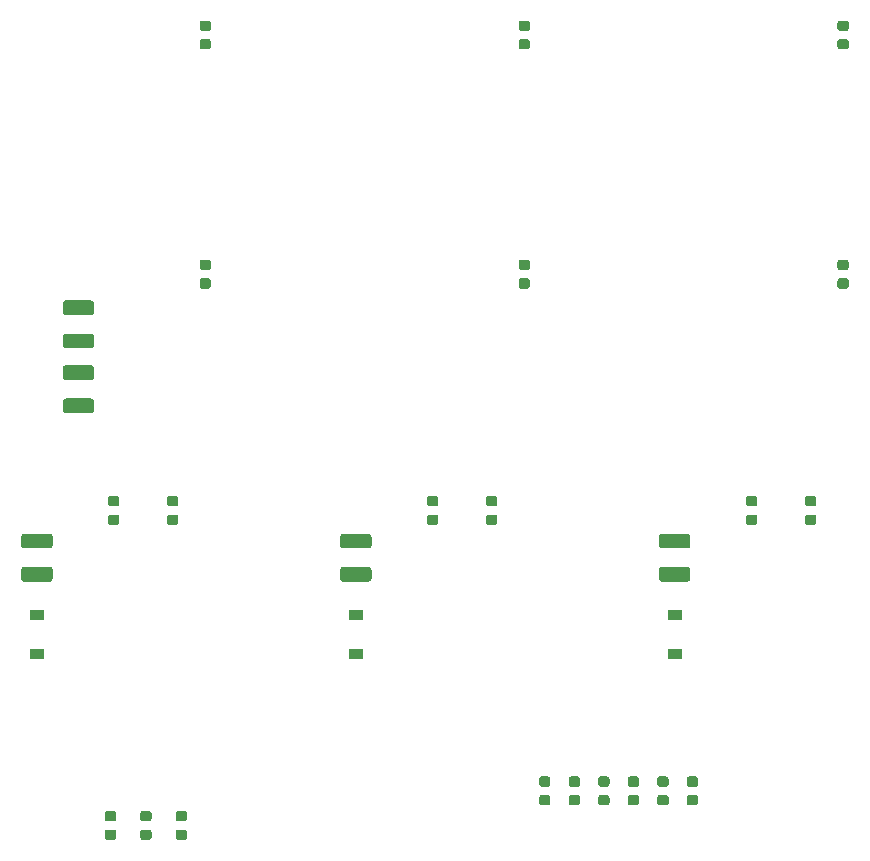
<source format=gbr>
G04 #@! TF.GenerationSoftware,KiCad,Pcbnew,(5.0.0)*
G04 #@! TF.CreationDate,2019-07-28T19:46:13+09:00*
G04 #@! TF.ProjectId,ver.2019_part7,7665722E323031395F70617274372E6B,rev?*
G04 #@! TF.SameCoordinates,Original*
G04 #@! TF.FileFunction,Paste,Bot*
G04 #@! TF.FilePolarity,Positive*
%FSLAX46Y46*%
G04 Gerber Fmt 4.6, Leading zero omitted, Abs format (unit mm)*
G04 Created by KiCad (PCBNEW (5.0.0)) date 07/28/19 19:46:13*
%MOMM*%
%LPD*%
G01*
G04 APERTURE LIST*
%ADD10C,0.100000*%
%ADD11C,1.250000*%
%ADD12R,1.200000X0.900000*%
%ADD13C,0.875000*%
G04 APERTURE END LIST*
D10*
G04 #@! TO.C,C2*
G36*
X164599504Y-120526204D02*
X164623773Y-120529804D01*
X164647571Y-120535765D01*
X164670671Y-120544030D01*
X164692849Y-120554520D01*
X164713893Y-120567133D01*
X164733598Y-120581747D01*
X164751777Y-120598223D01*
X164768253Y-120616402D01*
X164782867Y-120636107D01*
X164795480Y-120657151D01*
X164805970Y-120679329D01*
X164814235Y-120702429D01*
X164820196Y-120726227D01*
X164823796Y-120750496D01*
X164825000Y-120775000D01*
X164825000Y-121525000D01*
X164823796Y-121549504D01*
X164820196Y-121573773D01*
X164814235Y-121597571D01*
X164805970Y-121620671D01*
X164795480Y-121642849D01*
X164782867Y-121663893D01*
X164768253Y-121683598D01*
X164751777Y-121701777D01*
X164733598Y-121718253D01*
X164713893Y-121732867D01*
X164692849Y-121745480D01*
X164670671Y-121755970D01*
X164647571Y-121764235D01*
X164623773Y-121770196D01*
X164599504Y-121773796D01*
X164575000Y-121775000D01*
X162425000Y-121775000D01*
X162400496Y-121773796D01*
X162376227Y-121770196D01*
X162352429Y-121764235D01*
X162329329Y-121755970D01*
X162307151Y-121745480D01*
X162286107Y-121732867D01*
X162266402Y-121718253D01*
X162248223Y-121701777D01*
X162231747Y-121683598D01*
X162217133Y-121663893D01*
X162204520Y-121642849D01*
X162194030Y-121620671D01*
X162185765Y-121597571D01*
X162179804Y-121573773D01*
X162176204Y-121549504D01*
X162175000Y-121525000D01*
X162175000Y-120775000D01*
X162176204Y-120750496D01*
X162179804Y-120726227D01*
X162185765Y-120702429D01*
X162194030Y-120679329D01*
X162204520Y-120657151D01*
X162217133Y-120636107D01*
X162231747Y-120616402D01*
X162248223Y-120598223D01*
X162266402Y-120581747D01*
X162286107Y-120567133D01*
X162307151Y-120554520D01*
X162329329Y-120544030D01*
X162352429Y-120535765D01*
X162376227Y-120529804D01*
X162400496Y-120526204D01*
X162425000Y-120525000D01*
X164575000Y-120525000D01*
X164599504Y-120526204D01*
X164599504Y-120526204D01*
G37*
D11*
X163500000Y-121150000D03*
D10*
G36*
X164599504Y-117726204D02*
X164623773Y-117729804D01*
X164647571Y-117735765D01*
X164670671Y-117744030D01*
X164692849Y-117754520D01*
X164713893Y-117767133D01*
X164733598Y-117781747D01*
X164751777Y-117798223D01*
X164768253Y-117816402D01*
X164782867Y-117836107D01*
X164795480Y-117857151D01*
X164805970Y-117879329D01*
X164814235Y-117902429D01*
X164820196Y-117926227D01*
X164823796Y-117950496D01*
X164825000Y-117975000D01*
X164825000Y-118725000D01*
X164823796Y-118749504D01*
X164820196Y-118773773D01*
X164814235Y-118797571D01*
X164805970Y-118820671D01*
X164795480Y-118842849D01*
X164782867Y-118863893D01*
X164768253Y-118883598D01*
X164751777Y-118901777D01*
X164733598Y-118918253D01*
X164713893Y-118932867D01*
X164692849Y-118945480D01*
X164670671Y-118955970D01*
X164647571Y-118964235D01*
X164623773Y-118970196D01*
X164599504Y-118973796D01*
X164575000Y-118975000D01*
X162425000Y-118975000D01*
X162400496Y-118973796D01*
X162376227Y-118970196D01*
X162352429Y-118964235D01*
X162329329Y-118955970D01*
X162307151Y-118945480D01*
X162286107Y-118932867D01*
X162266402Y-118918253D01*
X162248223Y-118901777D01*
X162231747Y-118883598D01*
X162217133Y-118863893D01*
X162204520Y-118842849D01*
X162194030Y-118820671D01*
X162185765Y-118797571D01*
X162179804Y-118773773D01*
X162176204Y-118749504D01*
X162175000Y-118725000D01*
X162175000Y-117975000D01*
X162176204Y-117950496D01*
X162179804Y-117926227D01*
X162185765Y-117902429D01*
X162194030Y-117879329D01*
X162204520Y-117857151D01*
X162217133Y-117836107D01*
X162231747Y-117816402D01*
X162248223Y-117798223D01*
X162266402Y-117781747D01*
X162286107Y-117767133D01*
X162307151Y-117754520D01*
X162329329Y-117744030D01*
X162352429Y-117735765D01*
X162376227Y-117729804D01*
X162400496Y-117726204D01*
X162425000Y-117725000D01*
X164575000Y-117725000D01*
X164599504Y-117726204D01*
X164599504Y-117726204D01*
G37*
D11*
X163500000Y-118350000D03*
G04 #@! TD*
D10*
G04 #@! TO.C,C3*
G36*
X137599504Y-117726204D02*
X137623773Y-117729804D01*
X137647571Y-117735765D01*
X137670671Y-117744030D01*
X137692849Y-117754520D01*
X137713893Y-117767133D01*
X137733598Y-117781747D01*
X137751777Y-117798223D01*
X137768253Y-117816402D01*
X137782867Y-117836107D01*
X137795480Y-117857151D01*
X137805970Y-117879329D01*
X137814235Y-117902429D01*
X137820196Y-117926227D01*
X137823796Y-117950496D01*
X137825000Y-117975000D01*
X137825000Y-118725000D01*
X137823796Y-118749504D01*
X137820196Y-118773773D01*
X137814235Y-118797571D01*
X137805970Y-118820671D01*
X137795480Y-118842849D01*
X137782867Y-118863893D01*
X137768253Y-118883598D01*
X137751777Y-118901777D01*
X137733598Y-118918253D01*
X137713893Y-118932867D01*
X137692849Y-118945480D01*
X137670671Y-118955970D01*
X137647571Y-118964235D01*
X137623773Y-118970196D01*
X137599504Y-118973796D01*
X137575000Y-118975000D01*
X135425000Y-118975000D01*
X135400496Y-118973796D01*
X135376227Y-118970196D01*
X135352429Y-118964235D01*
X135329329Y-118955970D01*
X135307151Y-118945480D01*
X135286107Y-118932867D01*
X135266402Y-118918253D01*
X135248223Y-118901777D01*
X135231747Y-118883598D01*
X135217133Y-118863893D01*
X135204520Y-118842849D01*
X135194030Y-118820671D01*
X135185765Y-118797571D01*
X135179804Y-118773773D01*
X135176204Y-118749504D01*
X135175000Y-118725000D01*
X135175000Y-117975000D01*
X135176204Y-117950496D01*
X135179804Y-117926227D01*
X135185765Y-117902429D01*
X135194030Y-117879329D01*
X135204520Y-117857151D01*
X135217133Y-117836107D01*
X135231747Y-117816402D01*
X135248223Y-117798223D01*
X135266402Y-117781747D01*
X135286107Y-117767133D01*
X135307151Y-117754520D01*
X135329329Y-117744030D01*
X135352429Y-117735765D01*
X135376227Y-117729804D01*
X135400496Y-117726204D01*
X135425000Y-117725000D01*
X137575000Y-117725000D01*
X137599504Y-117726204D01*
X137599504Y-117726204D01*
G37*
D11*
X136500000Y-118350000D03*
D10*
G36*
X137599504Y-120526204D02*
X137623773Y-120529804D01*
X137647571Y-120535765D01*
X137670671Y-120544030D01*
X137692849Y-120554520D01*
X137713893Y-120567133D01*
X137733598Y-120581747D01*
X137751777Y-120598223D01*
X137768253Y-120616402D01*
X137782867Y-120636107D01*
X137795480Y-120657151D01*
X137805970Y-120679329D01*
X137814235Y-120702429D01*
X137820196Y-120726227D01*
X137823796Y-120750496D01*
X137825000Y-120775000D01*
X137825000Y-121525000D01*
X137823796Y-121549504D01*
X137820196Y-121573773D01*
X137814235Y-121597571D01*
X137805970Y-121620671D01*
X137795480Y-121642849D01*
X137782867Y-121663893D01*
X137768253Y-121683598D01*
X137751777Y-121701777D01*
X137733598Y-121718253D01*
X137713893Y-121732867D01*
X137692849Y-121745480D01*
X137670671Y-121755970D01*
X137647571Y-121764235D01*
X137623773Y-121770196D01*
X137599504Y-121773796D01*
X137575000Y-121775000D01*
X135425000Y-121775000D01*
X135400496Y-121773796D01*
X135376227Y-121770196D01*
X135352429Y-121764235D01*
X135329329Y-121755970D01*
X135307151Y-121745480D01*
X135286107Y-121732867D01*
X135266402Y-121718253D01*
X135248223Y-121701777D01*
X135231747Y-121683598D01*
X135217133Y-121663893D01*
X135204520Y-121642849D01*
X135194030Y-121620671D01*
X135185765Y-121597571D01*
X135179804Y-121573773D01*
X135176204Y-121549504D01*
X135175000Y-121525000D01*
X135175000Y-120775000D01*
X135176204Y-120750496D01*
X135179804Y-120726227D01*
X135185765Y-120702429D01*
X135194030Y-120679329D01*
X135204520Y-120657151D01*
X135217133Y-120636107D01*
X135231747Y-120616402D01*
X135248223Y-120598223D01*
X135266402Y-120581747D01*
X135286107Y-120567133D01*
X135307151Y-120554520D01*
X135329329Y-120544030D01*
X135352429Y-120535765D01*
X135376227Y-120529804D01*
X135400496Y-120526204D01*
X135425000Y-120525000D01*
X137575000Y-120525000D01*
X137599504Y-120526204D01*
X137599504Y-120526204D01*
G37*
D11*
X136500000Y-121150000D03*
G04 #@! TD*
D10*
G04 #@! TO.C,C4*
G36*
X110599504Y-117726204D02*
X110623773Y-117729804D01*
X110647571Y-117735765D01*
X110670671Y-117744030D01*
X110692849Y-117754520D01*
X110713893Y-117767133D01*
X110733598Y-117781747D01*
X110751777Y-117798223D01*
X110768253Y-117816402D01*
X110782867Y-117836107D01*
X110795480Y-117857151D01*
X110805970Y-117879329D01*
X110814235Y-117902429D01*
X110820196Y-117926227D01*
X110823796Y-117950496D01*
X110825000Y-117975000D01*
X110825000Y-118725000D01*
X110823796Y-118749504D01*
X110820196Y-118773773D01*
X110814235Y-118797571D01*
X110805970Y-118820671D01*
X110795480Y-118842849D01*
X110782867Y-118863893D01*
X110768253Y-118883598D01*
X110751777Y-118901777D01*
X110733598Y-118918253D01*
X110713893Y-118932867D01*
X110692849Y-118945480D01*
X110670671Y-118955970D01*
X110647571Y-118964235D01*
X110623773Y-118970196D01*
X110599504Y-118973796D01*
X110575000Y-118975000D01*
X108425000Y-118975000D01*
X108400496Y-118973796D01*
X108376227Y-118970196D01*
X108352429Y-118964235D01*
X108329329Y-118955970D01*
X108307151Y-118945480D01*
X108286107Y-118932867D01*
X108266402Y-118918253D01*
X108248223Y-118901777D01*
X108231747Y-118883598D01*
X108217133Y-118863893D01*
X108204520Y-118842849D01*
X108194030Y-118820671D01*
X108185765Y-118797571D01*
X108179804Y-118773773D01*
X108176204Y-118749504D01*
X108175000Y-118725000D01*
X108175000Y-117975000D01*
X108176204Y-117950496D01*
X108179804Y-117926227D01*
X108185765Y-117902429D01*
X108194030Y-117879329D01*
X108204520Y-117857151D01*
X108217133Y-117836107D01*
X108231747Y-117816402D01*
X108248223Y-117798223D01*
X108266402Y-117781747D01*
X108286107Y-117767133D01*
X108307151Y-117754520D01*
X108329329Y-117744030D01*
X108352429Y-117735765D01*
X108376227Y-117729804D01*
X108400496Y-117726204D01*
X108425000Y-117725000D01*
X110575000Y-117725000D01*
X110599504Y-117726204D01*
X110599504Y-117726204D01*
G37*
D11*
X109500000Y-118350000D03*
D10*
G36*
X110599504Y-120526204D02*
X110623773Y-120529804D01*
X110647571Y-120535765D01*
X110670671Y-120544030D01*
X110692849Y-120554520D01*
X110713893Y-120567133D01*
X110733598Y-120581747D01*
X110751777Y-120598223D01*
X110768253Y-120616402D01*
X110782867Y-120636107D01*
X110795480Y-120657151D01*
X110805970Y-120679329D01*
X110814235Y-120702429D01*
X110820196Y-120726227D01*
X110823796Y-120750496D01*
X110825000Y-120775000D01*
X110825000Y-121525000D01*
X110823796Y-121549504D01*
X110820196Y-121573773D01*
X110814235Y-121597571D01*
X110805970Y-121620671D01*
X110795480Y-121642849D01*
X110782867Y-121663893D01*
X110768253Y-121683598D01*
X110751777Y-121701777D01*
X110733598Y-121718253D01*
X110713893Y-121732867D01*
X110692849Y-121745480D01*
X110670671Y-121755970D01*
X110647571Y-121764235D01*
X110623773Y-121770196D01*
X110599504Y-121773796D01*
X110575000Y-121775000D01*
X108425000Y-121775000D01*
X108400496Y-121773796D01*
X108376227Y-121770196D01*
X108352429Y-121764235D01*
X108329329Y-121755970D01*
X108307151Y-121745480D01*
X108286107Y-121732867D01*
X108266402Y-121718253D01*
X108248223Y-121701777D01*
X108231747Y-121683598D01*
X108217133Y-121663893D01*
X108204520Y-121642849D01*
X108194030Y-121620671D01*
X108185765Y-121597571D01*
X108179804Y-121573773D01*
X108176204Y-121549504D01*
X108175000Y-121525000D01*
X108175000Y-120775000D01*
X108176204Y-120750496D01*
X108179804Y-120726227D01*
X108185765Y-120702429D01*
X108194030Y-120679329D01*
X108204520Y-120657151D01*
X108217133Y-120636107D01*
X108231747Y-120616402D01*
X108248223Y-120598223D01*
X108266402Y-120581747D01*
X108286107Y-120567133D01*
X108307151Y-120554520D01*
X108329329Y-120544030D01*
X108352429Y-120535765D01*
X108376227Y-120529804D01*
X108400496Y-120526204D01*
X108425000Y-120525000D01*
X110575000Y-120525000D01*
X110599504Y-120526204D01*
X110599504Y-120526204D01*
G37*
D11*
X109500000Y-121150000D03*
G04 #@! TD*
D10*
G04 #@! TO.C,C5*
G36*
X114099504Y-97976204D02*
X114123773Y-97979804D01*
X114147571Y-97985765D01*
X114170671Y-97994030D01*
X114192849Y-98004520D01*
X114213893Y-98017133D01*
X114233598Y-98031747D01*
X114251777Y-98048223D01*
X114268253Y-98066402D01*
X114282867Y-98086107D01*
X114295480Y-98107151D01*
X114305970Y-98129329D01*
X114314235Y-98152429D01*
X114320196Y-98176227D01*
X114323796Y-98200496D01*
X114325000Y-98225000D01*
X114325000Y-98975000D01*
X114323796Y-98999504D01*
X114320196Y-99023773D01*
X114314235Y-99047571D01*
X114305970Y-99070671D01*
X114295480Y-99092849D01*
X114282867Y-99113893D01*
X114268253Y-99133598D01*
X114251777Y-99151777D01*
X114233598Y-99168253D01*
X114213893Y-99182867D01*
X114192849Y-99195480D01*
X114170671Y-99205970D01*
X114147571Y-99214235D01*
X114123773Y-99220196D01*
X114099504Y-99223796D01*
X114075000Y-99225000D01*
X111925000Y-99225000D01*
X111900496Y-99223796D01*
X111876227Y-99220196D01*
X111852429Y-99214235D01*
X111829329Y-99205970D01*
X111807151Y-99195480D01*
X111786107Y-99182867D01*
X111766402Y-99168253D01*
X111748223Y-99151777D01*
X111731747Y-99133598D01*
X111717133Y-99113893D01*
X111704520Y-99092849D01*
X111694030Y-99070671D01*
X111685765Y-99047571D01*
X111679804Y-99023773D01*
X111676204Y-98999504D01*
X111675000Y-98975000D01*
X111675000Y-98225000D01*
X111676204Y-98200496D01*
X111679804Y-98176227D01*
X111685765Y-98152429D01*
X111694030Y-98129329D01*
X111704520Y-98107151D01*
X111717133Y-98086107D01*
X111731747Y-98066402D01*
X111748223Y-98048223D01*
X111766402Y-98031747D01*
X111786107Y-98017133D01*
X111807151Y-98004520D01*
X111829329Y-97994030D01*
X111852429Y-97985765D01*
X111876227Y-97979804D01*
X111900496Y-97976204D01*
X111925000Y-97975000D01*
X114075000Y-97975000D01*
X114099504Y-97976204D01*
X114099504Y-97976204D01*
G37*
D11*
X113000000Y-98600000D03*
D10*
G36*
X114099504Y-100776204D02*
X114123773Y-100779804D01*
X114147571Y-100785765D01*
X114170671Y-100794030D01*
X114192849Y-100804520D01*
X114213893Y-100817133D01*
X114233598Y-100831747D01*
X114251777Y-100848223D01*
X114268253Y-100866402D01*
X114282867Y-100886107D01*
X114295480Y-100907151D01*
X114305970Y-100929329D01*
X114314235Y-100952429D01*
X114320196Y-100976227D01*
X114323796Y-101000496D01*
X114325000Y-101025000D01*
X114325000Y-101775000D01*
X114323796Y-101799504D01*
X114320196Y-101823773D01*
X114314235Y-101847571D01*
X114305970Y-101870671D01*
X114295480Y-101892849D01*
X114282867Y-101913893D01*
X114268253Y-101933598D01*
X114251777Y-101951777D01*
X114233598Y-101968253D01*
X114213893Y-101982867D01*
X114192849Y-101995480D01*
X114170671Y-102005970D01*
X114147571Y-102014235D01*
X114123773Y-102020196D01*
X114099504Y-102023796D01*
X114075000Y-102025000D01*
X111925000Y-102025000D01*
X111900496Y-102023796D01*
X111876227Y-102020196D01*
X111852429Y-102014235D01*
X111829329Y-102005970D01*
X111807151Y-101995480D01*
X111786107Y-101982867D01*
X111766402Y-101968253D01*
X111748223Y-101951777D01*
X111731747Y-101933598D01*
X111717133Y-101913893D01*
X111704520Y-101892849D01*
X111694030Y-101870671D01*
X111685765Y-101847571D01*
X111679804Y-101823773D01*
X111676204Y-101799504D01*
X111675000Y-101775000D01*
X111675000Y-101025000D01*
X111676204Y-101000496D01*
X111679804Y-100976227D01*
X111685765Y-100952429D01*
X111694030Y-100929329D01*
X111704520Y-100907151D01*
X111717133Y-100886107D01*
X111731747Y-100866402D01*
X111748223Y-100848223D01*
X111766402Y-100831747D01*
X111786107Y-100817133D01*
X111807151Y-100804520D01*
X111829329Y-100794030D01*
X111852429Y-100785765D01*
X111876227Y-100779804D01*
X111900496Y-100776204D01*
X111925000Y-100775000D01*
X114075000Y-100775000D01*
X114099504Y-100776204D01*
X114099504Y-100776204D01*
G37*
D11*
X113000000Y-101400000D03*
G04 #@! TD*
D10*
G04 #@! TO.C,C6*
G36*
X114099504Y-103476204D02*
X114123773Y-103479804D01*
X114147571Y-103485765D01*
X114170671Y-103494030D01*
X114192849Y-103504520D01*
X114213893Y-103517133D01*
X114233598Y-103531747D01*
X114251777Y-103548223D01*
X114268253Y-103566402D01*
X114282867Y-103586107D01*
X114295480Y-103607151D01*
X114305970Y-103629329D01*
X114314235Y-103652429D01*
X114320196Y-103676227D01*
X114323796Y-103700496D01*
X114325000Y-103725000D01*
X114325000Y-104475000D01*
X114323796Y-104499504D01*
X114320196Y-104523773D01*
X114314235Y-104547571D01*
X114305970Y-104570671D01*
X114295480Y-104592849D01*
X114282867Y-104613893D01*
X114268253Y-104633598D01*
X114251777Y-104651777D01*
X114233598Y-104668253D01*
X114213893Y-104682867D01*
X114192849Y-104695480D01*
X114170671Y-104705970D01*
X114147571Y-104714235D01*
X114123773Y-104720196D01*
X114099504Y-104723796D01*
X114075000Y-104725000D01*
X111925000Y-104725000D01*
X111900496Y-104723796D01*
X111876227Y-104720196D01*
X111852429Y-104714235D01*
X111829329Y-104705970D01*
X111807151Y-104695480D01*
X111786107Y-104682867D01*
X111766402Y-104668253D01*
X111748223Y-104651777D01*
X111731747Y-104633598D01*
X111717133Y-104613893D01*
X111704520Y-104592849D01*
X111694030Y-104570671D01*
X111685765Y-104547571D01*
X111679804Y-104523773D01*
X111676204Y-104499504D01*
X111675000Y-104475000D01*
X111675000Y-103725000D01*
X111676204Y-103700496D01*
X111679804Y-103676227D01*
X111685765Y-103652429D01*
X111694030Y-103629329D01*
X111704520Y-103607151D01*
X111717133Y-103586107D01*
X111731747Y-103566402D01*
X111748223Y-103548223D01*
X111766402Y-103531747D01*
X111786107Y-103517133D01*
X111807151Y-103504520D01*
X111829329Y-103494030D01*
X111852429Y-103485765D01*
X111876227Y-103479804D01*
X111900496Y-103476204D01*
X111925000Y-103475000D01*
X114075000Y-103475000D01*
X114099504Y-103476204D01*
X114099504Y-103476204D01*
G37*
D11*
X113000000Y-104100000D03*
D10*
G36*
X114099504Y-106276204D02*
X114123773Y-106279804D01*
X114147571Y-106285765D01*
X114170671Y-106294030D01*
X114192849Y-106304520D01*
X114213893Y-106317133D01*
X114233598Y-106331747D01*
X114251777Y-106348223D01*
X114268253Y-106366402D01*
X114282867Y-106386107D01*
X114295480Y-106407151D01*
X114305970Y-106429329D01*
X114314235Y-106452429D01*
X114320196Y-106476227D01*
X114323796Y-106500496D01*
X114325000Y-106525000D01*
X114325000Y-107275000D01*
X114323796Y-107299504D01*
X114320196Y-107323773D01*
X114314235Y-107347571D01*
X114305970Y-107370671D01*
X114295480Y-107392849D01*
X114282867Y-107413893D01*
X114268253Y-107433598D01*
X114251777Y-107451777D01*
X114233598Y-107468253D01*
X114213893Y-107482867D01*
X114192849Y-107495480D01*
X114170671Y-107505970D01*
X114147571Y-107514235D01*
X114123773Y-107520196D01*
X114099504Y-107523796D01*
X114075000Y-107525000D01*
X111925000Y-107525000D01*
X111900496Y-107523796D01*
X111876227Y-107520196D01*
X111852429Y-107514235D01*
X111829329Y-107505970D01*
X111807151Y-107495480D01*
X111786107Y-107482867D01*
X111766402Y-107468253D01*
X111748223Y-107451777D01*
X111731747Y-107433598D01*
X111717133Y-107413893D01*
X111704520Y-107392849D01*
X111694030Y-107370671D01*
X111685765Y-107347571D01*
X111679804Y-107323773D01*
X111676204Y-107299504D01*
X111675000Y-107275000D01*
X111675000Y-106525000D01*
X111676204Y-106500496D01*
X111679804Y-106476227D01*
X111685765Y-106452429D01*
X111694030Y-106429329D01*
X111704520Y-106407151D01*
X111717133Y-106386107D01*
X111731747Y-106366402D01*
X111748223Y-106348223D01*
X111766402Y-106331747D01*
X111786107Y-106317133D01*
X111807151Y-106304520D01*
X111829329Y-106294030D01*
X111852429Y-106285765D01*
X111876227Y-106279804D01*
X111900496Y-106276204D01*
X111925000Y-106275000D01*
X114075000Y-106275000D01*
X114099504Y-106276204D01*
X114099504Y-106276204D01*
G37*
D11*
X113000000Y-106900000D03*
G04 #@! TD*
D12*
G04 #@! TO.C,D1*
X163500000Y-124600000D03*
X163500000Y-127900000D03*
G04 #@! TD*
G04 #@! TO.C,D2*
X136500000Y-127900000D03*
X136500000Y-124600000D03*
G04 #@! TD*
G04 #@! TO.C,D3*
X109500000Y-124600000D03*
X109500000Y-127900000D03*
G04 #@! TD*
D10*
G04 #@! TO.C,R1*
G36*
X122002691Y-141198053D02*
X122023926Y-141201203D01*
X122044750Y-141206419D01*
X122064962Y-141213651D01*
X122084368Y-141222830D01*
X122102781Y-141233866D01*
X122120024Y-141246654D01*
X122135930Y-141261070D01*
X122150346Y-141276976D01*
X122163134Y-141294219D01*
X122174170Y-141312632D01*
X122183349Y-141332038D01*
X122190581Y-141352250D01*
X122195797Y-141373074D01*
X122198947Y-141394309D01*
X122200000Y-141415750D01*
X122200000Y-141853250D01*
X122198947Y-141874691D01*
X122195797Y-141895926D01*
X122190581Y-141916750D01*
X122183349Y-141936962D01*
X122174170Y-141956368D01*
X122163134Y-141974781D01*
X122150346Y-141992024D01*
X122135930Y-142007930D01*
X122120024Y-142022346D01*
X122102781Y-142035134D01*
X122084368Y-142046170D01*
X122064962Y-142055349D01*
X122044750Y-142062581D01*
X122023926Y-142067797D01*
X122002691Y-142070947D01*
X121981250Y-142072000D01*
X121468750Y-142072000D01*
X121447309Y-142070947D01*
X121426074Y-142067797D01*
X121405250Y-142062581D01*
X121385038Y-142055349D01*
X121365632Y-142046170D01*
X121347219Y-142035134D01*
X121329976Y-142022346D01*
X121314070Y-142007930D01*
X121299654Y-141992024D01*
X121286866Y-141974781D01*
X121275830Y-141956368D01*
X121266651Y-141936962D01*
X121259419Y-141916750D01*
X121254203Y-141895926D01*
X121251053Y-141874691D01*
X121250000Y-141853250D01*
X121250000Y-141415750D01*
X121251053Y-141394309D01*
X121254203Y-141373074D01*
X121259419Y-141352250D01*
X121266651Y-141332038D01*
X121275830Y-141312632D01*
X121286866Y-141294219D01*
X121299654Y-141276976D01*
X121314070Y-141261070D01*
X121329976Y-141246654D01*
X121347219Y-141233866D01*
X121365632Y-141222830D01*
X121385038Y-141213651D01*
X121405250Y-141206419D01*
X121426074Y-141201203D01*
X121447309Y-141198053D01*
X121468750Y-141197000D01*
X121981250Y-141197000D01*
X122002691Y-141198053D01*
X122002691Y-141198053D01*
G37*
D13*
X121725000Y-141634500D03*
D10*
G36*
X122002691Y-142773053D02*
X122023926Y-142776203D01*
X122044750Y-142781419D01*
X122064962Y-142788651D01*
X122084368Y-142797830D01*
X122102781Y-142808866D01*
X122120024Y-142821654D01*
X122135930Y-142836070D01*
X122150346Y-142851976D01*
X122163134Y-142869219D01*
X122174170Y-142887632D01*
X122183349Y-142907038D01*
X122190581Y-142927250D01*
X122195797Y-142948074D01*
X122198947Y-142969309D01*
X122200000Y-142990750D01*
X122200000Y-143428250D01*
X122198947Y-143449691D01*
X122195797Y-143470926D01*
X122190581Y-143491750D01*
X122183349Y-143511962D01*
X122174170Y-143531368D01*
X122163134Y-143549781D01*
X122150346Y-143567024D01*
X122135930Y-143582930D01*
X122120024Y-143597346D01*
X122102781Y-143610134D01*
X122084368Y-143621170D01*
X122064962Y-143630349D01*
X122044750Y-143637581D01*
X122023926Y-143642797D01*
X122002691Y-143645947D01*
X121981250Y-143647000D01*
X121468750Y-143647000D01*
X121447309Y-143645947D01*
X121426074Y-143642797D01*
X121405250Y-143637581D01*
X121385038Y-143630349D01*
X121365632Y-143621170D01*
X121347219Y-143610134D01*
X121329976Y-143597346D01*
X121314070Y-143582930D01*
X121299654Y-143567024D01*
X121286866Y-143549781D01*
X121275830Y-143531368D01*
X121266651Y-143511962D01*
X121259419Y-143491750D01*
X121254203Y-143470926D01*
X121251053Y-143449691D01*
X121250000Y-143428250D01*
X121250000Y-142990750D01*
X121251053Y-142969309D01*
X121254203Y-142948074D01*
X121259419Y-142927250D01*
X121266651Y-142907038D01*
X121275830Y-142887632D01*
X121286866Y-142869219D01*
X121299654Y-142851976D01*
X121314070Y-142836070D01*
X121329976Y-142821654D01*
X121347219Y-142808866D01*
X121365632Y-142797830D01*
X121385038Y-142788651D01*
X121405250Y-142781419D01*
X121426074Y-142776203D01*
X121447309Y-142773053D01*
X121468750Y-142772000D01*
X121981250Y-142772000D01*
X122002691Y-142773053D01*
X122002691Y-142773053D01*
G37*
D13*
X121725000Y-143209500D03*
G04 #@! TD*
D10*
G04 #@! TO.C,R2*
G36*
X119002691Y-142773053D02*
X119023926Y-142776203D01*
X119044750Y-142781419D01*
X119064962Y-142788651D01*
X119084368Y-142797830D01*
X119102781Y-142808866D01*
X119120024Y-142821654D01*
X119135930Y-142836070D01*
X119150346Y-142851976D01*
X119163134Y-142869219D01*
X119174170Y-142887632D01*
X119183349Y-142907038D01*
X119190581Y-142927250D01*
X119195797Y-142948074D01*
X119198947Y-142969309D01*
X119200000Y-142990750D01*
X119200000Y-143428250D01*
X119198947Y-143449691D01*
X119195797Y-143470926D01*
X119190581Y-143491750D01*
X119183349Y-143511962D01*
X119174170Y-143531368D01*
X119163134Y-143549781D01*
X119150346Y-143567024D01*
X119135930Y-143582930D01*
X119120024Y-143597346D01*
X119102781Y-143610134D01*
X119084368Y-143621170D01*
X119064962Y-143630349D01*
X119044750Y-143637581D01*
X119023926Y-143642797D01*
X119002691Y-143645947D01*
X118981250Y-143647000D01*
X118468750Y-143647000D01*
X118447309Y-143645947D01*
X118426074Y-143642797D01*
X118405250Y-143637581D01*
X118385038Y-143630349D01*
X118365632Y-143621170D01*
X118347219Y-143610134D01*
X118329976Y-143597346D01*
X118314070Y-143582930D01*
X118299654Y-143567024D01*
X118286866Y-143549781D01*
X118275830Y-143531368D01*
X118266651Y-143511962D01*
X118259419Y-143491750D01*
X118254203Y-143470926D01*
X118251053Y-143449691D01*
X118250000Y-143428250D01*
X118250000Y-142990750D01*
X118251053Y-142969309D01*
X118254203Y-142948074D01*
X118259419Y-142927250D01*
X118266651Y-142907038D01*
X118275830Y-142887632D01*
X118286866Y-142869219D01*
X118299654Y-142851976D01*
X118314070Y-142836070D01*
X118329976Y-142821654D01*
X118347219Y-142808866D01*
X118365632Y-142797830D01*
X118385038Y-142788651D01*
X118405250Y-142781419D01*
X118426074Y-142776203D01*
X118447309Y-142773053D01*
X118468750Y-142772000D01*
X118981250Y-142772000D01*
X119002691Y-142773053D01*
X119002691Y-142773053D01*
G37*
D13*
X118725000Y-143209500D03*
D10*
G36*
X119002691Y-141198053D02*
X119023926Y-141201203D01*
X119044750Y-141206419D01*
X119064962Y-141213651D01*
X119084368Y-141222830D01*
X119102781Y-141233866D01*
X119120024Y-141246654D01*
X119135930Y-141261070D01*
X119150346Y-141276976D01*
X119163134Y-141294219D01*
X119174170Y-141312632D01*
X119183349Y-141332038D01*
X119190581Y-141352250D01*
X119195797Y-141373074D01*
X119198947Y-141394309D01*
X119200000Y-141415750D01*
X119200000Y-141853250D01*
X119198947Y-141874691D01*
X119195797Y-141895926D01*
X119190581Y-141916750D01*
X119183349Y-141936962D01*
X119174170Y-141956368D01*
X119163134Y-141974781D01*
X119150346Y-141992024D01*
X119135930Y-142007930D01*
X119120024Y-142022346D01*
X119102781Y-142035134D01*
X119084368Y-142046170D01*
X119064962Y-142055349D01*
X119044750Y-142062581D01*
X119023926Y-142067797D01*
X119002691Y-142070947D01*
X118981250Y-142072000D01*
X118468750Y-142072000D01*
X118447309Y-142070947D01*
X118426074Y-142067797D01*
X118405250Y-142062581D01*
X118385038Y-142055349D01*
X118365632Y-142046170D01*
X118347219Y-142035134D01*
X118329976Y-142022346D01*
X118314070Y-142007930D01*
X118299654Y-141992024D01*
X118286866Y-141974781D01*
X118275830Y-141956368D01*
X118266651Y-141936962D01*
X118259419Y-141916750D01*
X118254203Y-141895926D01*
X118251053Y-141874691D01*
X118250000Y-141853250D01*
X118250000Y-141415750D01*
X118251053Y-141394309D01*
X118254203Y-141373074D01*
X118259419Y-141352250D01*
X118266651Y-141332038D01*
X118275830Y-141312632D01*
X118286866Y-141294219D01*
X118299654Y-141276976D01*
X118314070Y-141261070D01*
X118329976Y-141246654D01*
X118347219Y-141233866D01*
X118365632Y-141222830D01*
X118385038Y-141213651D01*
X118405250Y-141206419D01*
X118426074Y-141201203D01*
X118447309Y-141198053D01*
X118468750Y-141197000D01*
X118981250Y-141197000D01*
X119002691Y-141198053D01*
X119002691Y-141198053D01*
G37*
D13*
X118725000Y-141634500D03*
G04 #@! TD*
D10*
G04 #@! TO.C,R3*
G36*
X116002691Y-141198053D02*
X116023926Y-141201203D01*
X116044750Y-141206419D01*
X116064962Y-141213651D01*
X116084368Y-141222830D01*
X116102781Y-141233866D01*
X116120024Y-141246654D01*
X116135930Y-141261070D01*
X116150346Y-141276976D01*
X116163134Y-141294219D01*
X116174170Y-141312632D01*
X116183349Y-141332038D01*
X116190581Y-141352250D01*
X116195797Y-141373074D01*
X116198947Y-141394309D01*
X116200000Y-141415750D01*
X116200000Y-141853250D01*
X116198947Y-141874691D01*
X116195797Y-141895926D01*
X116190581Y-141916750D01*
X116183349Y-141936962D01*
X116174170Y-141956368D01*
X116163134Y-141974781D01*
X116150346Y-141992024D01*
X116135930Y-142007930D01*
X116120024Y-142022346D01*
X116102781Y-142035134D01*
X116084368Y-142046170D01*
X116064962Y-142055349D01*
X116044750Y-142062581D01*
X116023926Y-142067797D01*
X116002691Y-142070947D01*
X115981250Y-142072000D01*
X115468750Y-142072000D01*
X115447309Y-142070947D01*
X115426074Y-142067797D01*
X115405250Y-142062581D01*
X115385038Y-142055349D01*
X115365632Y-142046170D01*
X115347219Y-142035134D01*
X115329976Y-142022346D01*
X115314070Y-142007930D01*
X115299654Y-141992024D01*
X115286866Y-141974781D01*
X115275830Y-141956368D01*
X115266651Y-141936962D01*
X115259419Y-141916750D01*
X115254203Y-141895926D01*
X115251053Y-141874691D01*
X115250000Y-141853250D01*
X115250000Y-141415750D01*
X115251053Y-141394309D01*
X115254203Y-141373074D01*
X115259419Y-141352250D01*
X115266651Y-141332038D01*
X115275830Y-141312632D01*
X115286866Y-141294219D01*
X115299654Y-141276976D01*
X115314070Y-141261070D01*
X115329976Y-141246654D01*
X115347219Y-141233866D01*
X115365632Y-141222830D01*
X115385038Y-141213651D01*
X115405250Y-141206419D01*
X115426074Y-141201203D01*
X115447309Y-141198053D01*
X115468750Y-141197000D01*
X115981250Y-141197000D01*
X116002691Y-141198053D01*
X116002691Y-141198053D01*
G37*
D13*
X115725000Y-141634500D03*
D10*
G36*
X116002691Y-142773053D02*
X116023926Y-142776203D01*
X116044750Y-142781419D01*
X116064962Y-142788651D01*
X116084368Y-142797830D01*
X116102781Y-142808866D01*
X116120024Y-142821654D01*
X116135930Y-142836070D01*
X116150346Y-142851976D01*
X116163134Y-142869219D01*
X116174170Y-142887632D01*
X116183349Y-142907038D01*
X116190581Y-142927250D01*
X116195797Y-142948074D01*
X116198947Y-142969309D01*
X116200000Y-142990750D01*
X116200000Y-143428250D01*
X116198947Y-143449691D01*
X116195797Y-143470926D01*
X116190581Y-143491750D01*
X116183349Y-143511962D01*
X116174170Y-143531368D01*
X116163134Y-143549781D01*
X116150346Y-143567024D01*
X116135930Y-143582930D01*
X116120024Y-143597346D01*
X116102781Y-143610134D01*
X116084368Y-143621170D01*
X116064962Y-143630349D01*
X116044750Y-143637581D01*
X116023926Y-143642797D01*
X116002691Y-143645947D01*
X115981250Y-143647000D01*
X115468750Y-143647000D01*
X115447309Y-143645947D01*
X115426074Y-143642797D01*
X115405250Y-143637581D01*
X115385038Y-143630349D01*
X115365632Y-143621170D01*
X115347219Y-143610134D01*
X115329976Y-143597346D01*
X115314070Y-143582930D01*
X115299654Y-143567024D01*
X115286866Y-143549781D01*
X115275830Y-143531368D01*
X115266651Y-143511962D01*
X115259419Y-143491750D01*
X115254203Y-143470926D01*
X115251053Y-143449691D01*
X115250000Y-143428250D01*
X115250000Y-142990750D01*
X115251053Y-142969309D01*
X115254203Y-142948074D01*
X115259419Y-142927250D01*
X115266651Y-142907038D01*
X115275830Y-142887632D01*
X115286866Y-142869219D01*
X115299654Y-142851976D01*
X115314070Y-142836070D01*
X115329976Y-142821654D01*
X115347219Y-142808866D01*
X115365632Y-142797830D01*
X115385038Y-142788651D01*
X115405250Y-142781419D01*
X115426074Y-142776203D01*
X115447309Y-142773053D01*
X115468750Y-142772000D01*
X115981250Y-142772000D01*
X116002691Y-142773053D01*
X116002691Y-142773053D01*
G37*
D13*
X115725000Y-143209500D03*
G04 #@! TD*
D10*
G04 #@! TO.C,R4*
G36*
X152777691Y-138276053D02*
X152798926Y-138279203D01*
X152819750Y-138284419D01*
X152839962Y-138291651D01*
X152859368Y-138300830D01*
X152877781Y-138311866D01*
X152895024Y-138324654D01*
X152910930Y-138339070D01*
X152925346Y-138354976D01*
X152938134Y-138372219D01*
X152949170Y-138390632D01*
X152958349Y-138410038D01*
X152965581Y-138430250D01*
X152970797Y-138451074D01*
X152973947Y-138472309D01*
X152975000Y-138493750D01*
X152975000Y-138931250D01*
X152973947Y-138952691D01*
X152970797Y-138973926D01*
X152965581Y-138994750D01*
X152958349Y-139014962D01*
X152949170Y-139034368D01*
X152938134Y-139052781D01*
X152925346Y-139070024D01*
X152910930Y-139085930D01*
X152895024Y-139100346D01*
X152877781Y-139113134D01*
X152859368Y-139124170D01*
X152839962Y-139133349D01*
X152819750Y-139140581D01*
X152798926Y-139145797D01*
X152777691Y-139148947D01*
X152756250Y-139150000D01*
X152243750Y-139150000D01*
X152222309Y-139148947D01*
X152201074Y-139145797D01*
X152180250Y-139140581D01*
X152160038Y-139133349D01*
X152140632Y-139124170D01*
X152122219Y-139113134D01*
X152104976Y-139100346D01*
X152089070Y-139085930D01*
X152074654Y-139070024D01*
X152061866Y-139052781D01*
X152050830Y-139034368D01*
X152041651Y-139014962D01*
X152034419Y-138994750D01*
X152029203Y-138973926D01*
X152026053Y-138952691D01*
X152025000Y-138931250D01*
X152025000Y-138493750D01*
X152026053Y-138472309D01*
X152029203Y-138451074D01*
X152034419Y-138430250D01*
X152041651Y-138410038D01*
X152050830Y-138390632D01*
X152061866Y-138372219D01*
X152074654Y-138354976D01*
X152089070Y-138339070D01*
X152104976Y-138324654D01*
X152122219Y-138311866D01*
X152140632Y-138300830D01*
X152160038Y-138291651D01*
X152180250Y-138284419D01*
X152201074Y-138279203D01*
X152222309Y-138276053D01*
X152243750Y-138275000D01*
X152756250Y-138275000D01*
X152777691Y-138276053D01*
X152777691Y-138276053D01*
G37*
D13*
X152500000Y-138712500D03*
D10*
G36*
X152777691Y-139851053D02*
X152798926Y-139854203D01*
X152819750Y-139859419D01*
X152839962Y-139866651D01*
X152859368Y-139875830D01*
X152877781Y-139886866D01*
X152895024Y-139899654D01*
X152910930Y-139914070D01*
X152925346Y-139929976D01*
X152938134Y-139947219D01*
X152949170Y-139965632D01*
X152958349Y-139985038D01*
X152965581Y-140005250D01*
X152970797Y-140026074D01*
X152973947Y-140047309D01*
X152975000Y-140068750D01*
X152975000Y-140506250D01*
X152973947Y-140527691D01*
X152970797Y-140548926D01*
X152965581Y-140569750D01*
X152958349Y-140589962D01*
X152949170Y-140609368D01*
X152938134Y-140627781D01*
X152925346Y-140645024D01*
X152910930Y-140660930D01*
X152895024Y-140675346D01*
X152877781Y-140688134D01*
X152859368Y-140699170D01*
X152839962Y-140708349D01*
X152819750Y-140715581D01*
X152798926Y-140720797D01*
X152777691Y-140723947D01*
X152756250Y-140725000D01*
X152243750Y-140725000D01*
X152222309Y-140723947D01*
X152201074Y-140720797D01*
X152180250Y-140715581D01*
X152160038Y-140708349D01*
X152140632Y-140699170D01*
X152122219Y-140688134D01*
X152104976Y-140675346D01*
X152089070Y-140660930D01*
X152074654Y-140645024D01*
X152061866Y-140627781D01*
X152050830Y-140609368D01*
X152041651Y-140589962D01*
X152034419Y-140569750D01*
X152029203Y-140548926D01*
X152026053Y-140527691D01*
X152025000Y-140506250D01*
X152025000Y-140068750D01*
X152026053Y-140047309D01*
X152029203Y-140026074D01*
X152034419Y-140005250D01*
X152041651Y-139985038D01*
X152050830Y-139965632D01*
X152061866Y-139947219D01*
X152074654Y-139929976D01*
X152089070Y-139914070D01*
X152104976Y-139899654D01*
X152122219Y-139886866D01*
X152140632Y-139875830D01*
X152160038Y-139866651D01*
X152180250Y-139859419D01*
X152201074Y-139854203D01*
X152222309Y-139851053D01*
X152243750Y-139850000D01*
X152756250Y-139850000D01*
X152777691Y-139851053D01*
X152777691Y-139851053D01*
G37*
D13*
X152500000Y-140287500D03*
G04 #@! TD*
D10*
G04 #@! TO.C,R5*
G36*
X155277691Y-139851053D02*
X155298926Y-139854203D01*
X155319750Y-139859419D01*
X155339962Y-139866651D01*
X155359368Y-139875830D01*
X155377781Y-139886866D01*
X155395024Y-139899654D01*
X155410930Y-139914070D01*
X155425346Y-139929976D01*
X155438134Y-139947219D01*
X155449170Y-139965632D01*
X155458349Y-139985038D01*
X155465581Y-140005250D01*
X155470797Y-140026074D01*
X155473947Y-140047309D01*
X155475000Y-140068750D01*
X155475000Y-140506250D01*
X155473947Y-140527691D01*
X155470797Y-140548926D01*
X155465581Y-140569750D01*
X155458349Y-140589962D01*
X155449170Y-140609368D01*
X155438134Y-140627781D01*
X155425346Y-140645024D01*
X155410930Y-140660930D01*
X155395024Y-140675346D01*
X155377781Y-140688134D01*
X155359368Y-140699170D01*
X155339962Y-140708349D01*
X155319750Y-140715581D01*
X155298926Y-140720797D01*
X155277691Y-140723947D01*
X155256250Y-140725000D01*
X154743750Y-140725000D01*
X154722309Y-140723947D01*
X154701074Y-140720797D01*
X154680250Y-140715581D01*
X154660038Y-140708349D01*
X154640632Y-140699170D01*
X154622219Y-140688134D01*
X154604976Y-140675346D01*
X154589070Y-140660930D01*
X154574654Y-140645024D01*
X154561866Y-140627781D01*
X154550830Y-140609368D01*
X154541651Y-140589962D01*
X154534419Y-140569750D01*
X154529203Y-140548926D01*
X154526053Y-140527691D01*
X154525000Y-140506250D01*
X154525000Y-140068750D01*
X154526053Y-140047309D01*
X154529203Y-140026074D01*
X154534419Y-140005250D01*
X154541651Y-139985038D01*
X154550830Y-139965632D01*
X154561866Y-139947219D01*
X154574654Y-139929976D01*
X154589070Y-139914070D01*
X154604976Y-139899654D01*
X154622219Y-139886866D01*
X154640632Y-139875830D01*
X154660038Y-139866651D01*
X154680250Y-139859419D01*
X154701074Y-139854203D01*
X154722309Y-139851053D01*
X154743750Y-139850000D01*
X155256250Y-139850000D01*
X155277691Y-139851053D01*
X155277691Y-139851053D01*
G37*
D13*
X155000000Y-140287500D03*
D10*
G36*
X155277691Y-138276053D02*
X155298926Y-138279203D01*
X155319750Y-138284419D01*
X155339962Y-138291651D01*
X155359368Y-138300830D01*
X155377781Y-138311866D01*
X155395024Y-138324654D01*
X155410930Y-138339070D01*
X155425346Y-138354976D01*
X155438134Y-138372219D01*
X155449170Y-138390632D01*
X155458349Y-138410038D01*
X155465581Y-138430250D01*
X155470797Y-138451074D01*
X155473947Y-138472309D01*
X155475000Y-138493750D01*
X155475000Y-138931250D01*
X155473947Y-138952691D01*
X155470797Y-138973926D01*
X155465581Y-138994750D01*
X155458349Y-139014962D01*
X155449170Y-139034368D01*
X155438134Y-139052781D01*
X155425346Y-139070024D01*
X155410930Y-139085930D01*
X155395024Y-139100346D01*
X155377781Y-139113134D01*
X155359368Y-139124170D01*
X155339962Y-139133349D01*
X155319750Y-139140581D01*
X155298926Y-139145797D01*
X155277691Y-139148947D01*
X155256250Y-139150000D01*
X154743750Y-139150000D01*
X154722309Y-139148947D01*
X154701074Y-139145797D01*
X154680250Y-139140581D01*
X154660038Y-139133349D01*
X154640632Y-139124170D01*
X154622219Y-139113134D01*
X154604976Y-139100346D01*
X154589070Y-139085930D01*
X154574654Y-139070024D01*
X154561866Y-139052781D01*
X154550830Y-139034368D01*
X154541651Y-139014962D01*
X154534419Y-138994750D01*
X154529203Y-138973926D01*
X154526053Y-138952691D01*
X154525000Y-138931250D01*
X154525000Y-138493750D01*
X154526053Y-138472309D01*
X154529203Y-138451074D01*
X154534419Y-138430250D01*
X154541651Y-138410038D01*
X154550830Y-138390632D01*
X154561866Y-138372219D01*
X154574654Y-138354976D01*
X154589070Y-138339070D01*
X154604976Y-138324654D01*
X154622219Y-138311866D01*
X154640632Y-138300830D01*
X154660038Y-138291651D01*
X154680250Y-138284419D01*
X154701074Y-138279203D01*
X154722309Y-138276053D01*
X154743750Y-138275000D01*
X155256250Y-138275000D01*
X155277691Y-138276053D01*
X155277691Y-138276053D01*
G37*
D13*
X155000000Y-138712500D03*
G04 #@! TD*
D10*
G04 #@! TO.C,R6*
G36*
X157777691Y-138276053D02*
X157798926Y-138279203D01*
X157819750Y-138284419D01*
X157839962Y-138291651D01*
X157859368Y-138300830D01*
X157877781Y-138311866D01*
X157895024Y-138324654D01*
X157910930Y-138339070D01*
X157925346Y-138354976D01*
X157938134Y-138372219D01*
X157949170Y-138390632D01*
X157958349Y-138410038D01*
X157965581Y-138430250D01*
X157970797Y-138451074D01*
X157973947Y-138472309D01*
X157975000Y-138493750D01*
X157975000Y-138931250D01*
X157973947Y-138952691D01*
X157970797Y-138973926D01*
X157965581Y-138994750D01*
X157958349Y-139014962D01*
X157949170Y-139034368D01*
X157938134Y-139052781D01*
X157925346Y-139070024D01*
X157910930Y-139085930D01*
X157895024Y-139100346D01*
X157877781Y-139113134D01*
X157859368Y-139124170D01*
X157839962Y-139133349D01*
X157819750Y-139140581D01*
X157798926Y-139145797D01*
X157777691Y-139148947D01*
X157756250Y-139150000D01*
X157243750Y-139150000D01*
X157222309Y-139148947D01*
X157201074Y-139145797D01*
X157180250Y-139140581D01*
X157160038Y-139133349D01*
X157140632Y-139124170D01*
X157122219Y-139113134D01*
X157104976Y-139100346D01*
X157089070Y-139085930D01*
X157074654Y-139070024D01*
X157061866Y-139052781D01*
X157050830Y-139034368D01*
X157041651Y-139014962D01*
X157034419Y-138994750D01*
X157029203Y-138973926D01*
X157026053Y-138952691D01*
X157025000Y-138931250D01*
X157025000Y-138493750D01*
X157026053Y-138472309D01*
X157029203Y-138451074D01*
X157034419Y-138430250D01*
X157041651Y-138410038D01*
X157050830Y-138390632D01*
X157061866Y-138372219D01*
X157074654Y-138354976D01*
X157089070Y-138339070D01*
X157104976Y-138324654D01*
X157122219Y-138311866D01*
X157140632Y-138300830D01*
X157160038Y-138291651D01*
X157180250Y-138284419D01*
X157201074Y-138279203D01*
X157222309Y-138276053D01*
X157243750Y-138275000D01*
X157756250Y-138275000D01*
X157777691Y-138276053D01*
X157777691Y-138276053D01*
G37*
D13*
X157500000Y-138712500D03*
D10*
G36*
X157777691Y-139851053D02*
X157798926Y-139854203D01*
X157819750Y-139859419D01*
X157839962Y-139866651D01*
X157859368Y-139875830D01*
X157877781Y-139886866D01*
X157895024Y-139899654D01*
X157910930Y-139914070D01*
X157925346Y-139929976D01*
X157938134Y-139947219D01*
X157949170Y-139965632D01*
X157958349Y-139985038D01*
X157965581Y-140005250D01*
X157970797Y-140026074D01*
X157973947Y-140047309D01*
X157975000Y-140068750D01*
X157975000Y-140506250D01*
X157973947Y-140527691D01*
X157970797Y-140548926D01*
X157965581Y-140569750D01*
X157958349Y-140589962D01*
X157949170Y-140609368D01*
X157938134Y-140627781D01*
X157925346Y-140645024D01*
X157910930Y-140660930D01*
X157895024Y-140675346D01*
X157877781Y-140688134D01*
X157859368Y-140699170D01*
X157839962Y-140708349D01*
X157819750Y-140715581D01*
X157798926Y-140720797D01*
X157777691Y-140723947D01*
X157756250Y-140725000D01*
X157243750Y-140725000D01*
X157222309Y-140723947D01*
X157201074Y-140720797D01*
X157180250Y-140715581D01*
X157160038Y-140708349D01*
X157140632Y-140699170D01*
X157122219Y-140688134D01*
X157104976Y-140675346D01*
X157089070Y-140660930D01*
X157074654Y-140645024D01*
X157061866Y-140627781D01*
X157050830Y-140609368D01*
X157041651Y-140589962D01*
X157034419Y-140569750D01*
X157029203Y-140548926D01*
X157026053Y-140527691D01*
X157025000Y-140506250D01*
X157025000Y-140068750D01*
X157026053Y-140047309D01*
X157029203Y-140026074D01*
X157034419Y-140005250D01*
X157041651Y-139985038D01*
X157050830Y-139965632D01*
X157061866Y-139947219D01*
X157074654Y-139929976D01*
X157089070Y-139914070D01*
X157104976Y-139899654D01*
X157122219Y-139886866D01*
X157140632Y-139875830D01*
X157160038Y-139866651D01*
X157180250Y-139859419D01*
X157201074Y-139854203D01*
X157222309Y-139851053D01*
X157243750Y-139850000D01*
X157756250Y-139850000D01*
X157777691Y-139851053D01*
X157777691Y-139851053D01*
G37*
D13*
X157500000Y-140287500D03*
G04 #@! TD*
D10*
G04 #@! TO.C,R7*
G36*
X160277691Y-139851053D02*
X160298926Y-139854203D01*
X160319750Y-139859419D01*
X160339962Y-139866651D01*
X160359368Y-139875830D01*
X160377781Y-139886866D01*
X160395024Y-139899654D01*
X160410930Y-139914070D01*
X160425346Y-139929976D01*
X160438134Y-139947219D01*
X160449170Y-139965632D01*
X160458349Y-139985038D01*
X160465581Y-140005250D01*
X160470797Y-140026074D01*
X160473947Y-140047309D01*
X160475000Y-140068750D01*
X160475000Y-140506250D01*
X160473947Y-140527691D01*
X160470797Y-140548926D01*
X160465581Y-140569750D01*
X160458349Y-140589962D01*
X160449170Y-140609368D01*
X160438134Y-140627781D01*
X160425346Y-140645024D01*
X160410930Y-140660930D01*
X160395024Y-140675346D01*
X160377781Y-140688134D01*
X160359368Y-140699170D01*
X160339962Y-140708349D01*
X160319750Y-140715581D01*
X160298926Y-140720797D01*
X160277691Y-140723947D01*
X160256250Y-140725000D01*
X159743750Y-140725000D01*
X159722309Y-140723947D01*
X159701074Y-140720797D01*
X159680250Y-140715581D01*
X159660038Y-140708349D01*
X159640632Y-140699170D01*
X159622219Y-140688134D01*
X159604976Y-140675346D01*
X159589070Y-140660930D01*
X159574654Y-140645024D01*
X159561866Y-140627781D01*
X159550830Y-140609368D01*
X159541651Y-140589962D01*
X159534419Y-140569750D01*
X159529203Y-140548926D01*
X159526053Y-140527691D01*
X159525000Y-140506250D01*
X159525000Y-140068750D01*
X159526053Y-140047309D01*
X159529203Y-140026074D01*
X159534419Y-140005250D01*
X159541651Y-139985038D01*
X159550830Y-139965632D01*
X159561866Y-139947219D01*
X159574654Y-139929976D01*
X159589070Y-139914070D01*
X159604976Y-139899654D01*
X159622219Y-139886866D01*
X159640632Y-139875830D01*
X159660038Y-139866651D01*
X159680250Y-139859419D01*
X159701074Y-139854203D01*
X159722309Y-139851053D01*
X159743750Y-139850000D01*
X160256250Y-139850000D01*
X160277691Y-139851053D01*
X160277691Y-139851053D01*
G37*
D13*
X160000000Y-140287500D03*
D10*
G36*
X160277691Y-138276053D02*
X160298926Y-138279203D01*
X160319750Y-138284419D01*
X160339962Y-138291651D01*
X160359368Y-138300830D01*
X160377781Y-138311866D01*
X160395024Y-138324654D01*
X160410930Y-138339070D01*
X160425346Y-138354976D01*
X160438134Y-138372219D01*
X160449170Y-138390632D01*
X160458349Y-138410038D01*
X160465581Y-138430250D01*
X160470797Y-138451074D01*
X160473947Y-138472309D01*
X160475000Y-138493750D01*
X160475000Y-138931250D01*
X160473947Y-138952691D01*
X160470797Y-138973926D01*
X160465581Y-138994750D01*
X160458349Y-139014962D01*
X160449170Y-139034368D01*
X160438134Y-139052781D01*
X160425346Y-139070024D01*
X160410930Y-139085930D01*
X160395024Y-139100346D01*
X160377781Y-139113134D01*
X160359368Y-139124170D01*
X160339962Y-139133349D01*
X160319750Y-139140581D01*
X160298926Y-139145797D01*
X160277691Y-139148947D01*
X160256250Y-139150000D01*
X159743750Y-139150000D01*
X159722309Y-139148947D01*
X159701074Y-139145797D01*
X159680250Y-139140581D01*
X159660038Y-139133349D01*
X159640632Y-139124170D01*
X159622219Y-139113134D01*
X159604976Y-139100346D01*
X159589070Y-139085930D01*
X159574654Y-139070024D01*
X159561866Y-139052781D01*
X159550830Y-139034368D01*
X159541651Y-139014962D01*
X159534419Y-138994750D01*
X159529203Y-138973926D01*
X159526053Y-138952691D01*
X159525000Y-138931250D01*
X159525000Y-138493750D01*
X159526053Y-138472309D01*
X159529203Y-138451074D01*
X159534419Y-138430250D01*
X159541651Y-138410038D01*
X159550830Y-138390632D01*
X159561866Y-138372219D01*
X159574654Y-138354976D01*
X159589070Y-138339070D01*
X159604976Y-138324654D01*
X159622219Y-138311866D01*
X159640632Y-138300830D01*
X159660038Y-138291651D01*
X159680250Y-138284419D01*
X159701074Y-138279203D01*
X159722309Y-138276053D01*
X159743750Y-138275000D01*
X160256250Y-138275000D01*
X160277691Y-138276053D01*
X160277691Y-138276053D01*
G37*
D13*
X160000000Y-138712500D03*
G04 #@! TD*
D10*
G04 #@! TO.C,R8*
G36*
X162777691Y-138276053D02*
X162798926Y-138279203D01*
X162819750Y-138284419D01*
X162839962Y-138291651D01*
X162859368Y-138300830D01*
X162877781Y-138311866D01*
X162895024Y-138324654D01*
X162910930Y-138339070D01*
X162925346Y-138354976D01*
X162938134Y-138372219D01*
X162949170Y-138390632D01*
X162958349Y-138410038D01*
X162965581Y-138430250D01*
X162970797Y-138451074D01*
X162973947Y-138472309D01*
X162975000Y-138493750D01*
X162975000Y-138931250D01*
X162973947Y-138952691D01*
X162970797Y-138973926D01*
X162965581Y-138994750D01*
X162958349Y-139014962D01*
X162949170Y-139034368D01*
X162938134Y-139052781D01*
X162925346Y-139070024D01*
X162910930Y-139085930D01*
X162895024Y-139100346D01*
X162877781Y-139113134D01*
X162859368Y-139124170D01*
X162839962Y-139133349D01*
X162819750Y-139140581D01*
X162798926Y-139145797D01*
X162777691Y-139148947D01*
X162756250Y-139150000D01*
X162243750Y-139150000D01*
X162222309Y-139148947D01*
X162201074Y-139145797D01*
X162180250Y-139140581D01*
X162160038Y-139133349D01*
X162140632Y-139124170D01*
X162122219Y-139113134D01*
X162104976Y-139100346D01*
X162089070Y-139085930D01*
X162074654Y-139070024D01*
X162061866Y-139052781D01*
X162050830Y-139034368D01*
X162041651Y-139014962D01*
X162034419Y-138994750D01*
X162029203Y-138973926D01*
X162026053Y-138952691D01*
X162025000Y-138931250D01*
X162025000Y-138493750D01*
X162026053Y-138472309D01*
X162029203Y-138451074D01*
X162034419Y-138430250D01*
X162041651Y-138410038D01*
X162050830Y-138390632D01*
X162061866Y-138372219D01*
X162074654Y-138354976D01*
X162089070Y-138339070D01*
X162104976Y-138324654D01*
X162122219Y-138311866D01*
X162140632Y-138300830D01*
X162160038Y-138291651D01*
X162180250Y-138284419D01*
X162201074Y-138279203D01*
X162222309Y-138276053D01*
X162243750Y-138275000D01*
X162756250Y-138275000D01*
X162777691Y-138276053D01*
X162777691Y-138276053D01*
G37*
D13*
X162500000Y-138712500D03*
D10*
G36*
X162777691Y-139851053D02*
X162798926Y-139854203D01*
X162819750Y-139859419D01*
X162839962Y-139866651D01*
X162859368Y-139875830D01*
X162877781Y-139886866D01*
X162895024Y-139899654D01*
X162910930Y-139914070D01*
X162925346Y-139929976D01*
X162938134Y-139947219D01*
X162949170Y-139965632D01*
X162958349Y-139985038D01*
X162965581Y-140005250D01*
X162970797Y-140026074D01*
X162973947Y-140047309D01*
X162975000Y-140068750D01*
X162975000Y-140506250D01*
X162973947Y-140527691D01*
X162970797Y-140548926D01*
X162965581Y-140569750D01*
X162958349Y-140589962D01*
X162949170Y-140609368D01*
X162938134Y-140627781D01*
X162925346Y-140645024D01*
X162910930Y-140660930D01*
X162895024Y-140675346D01*
X162877781Y-140688134D01*
X162859368Y-140699170D01*
X162839962Y-140708349D01*
X162819750Y-140715581D01*
X162798926Y-140720797D01*
X162777691Y-140723947D01*
X162756250Y-140725000D01*
X162243750Y-140725000D01*
X162222309Y-140723947D01*
X162201074Y-140720797D01*
X162180250Y-140715581D01*
X162160038Y-140708349D01*
X162140632Y-140699170D01*
X162122219Y-140688134D01*
X162104976Y-140675346D01*
X162089070Y-140660930D01*
X162074654Y-140645024D01*
X162061866Y-140627781D01*
X162050830Y-140609368D01*
X162041651Y-140589962D01*
X162034419Y-140569750D01*
X162029203Y-140548926D01*
X162026053Y-140527691D01*
X162025000Y-140506250D01*
X162025000Y-140068750D01*
X162026053Y-140047309D01*
X162029203Y-140026074D01*
X162034419Y-140005250D01*
X162041651Y-139985038D01*
X162050830Y-139965632D01*
X162061866Y-139947219D01*
X162074654Y-139929976D01*
X162089070Y-139914070D01*
X162104976Y-139899654D01*
X162122219Y-139886866D01*
X162140632Y-139875830D01*
X162160038Y-139866651D01*
X162180250Y-139859419D01*
X162201074Y-139854203D01*
X162222309Y-139851053D01*
X162243750Y-139850000D01*
X162756250Y-139850000D01*
X162777691Y-139851053D01*
X162777691Y-139851053D01*
G37*
D13*
X162500000Y-140287500D03*
G04 #@! TD*
D10*
G04 #@! TO.C,R9*
G36*
X165277691Y-138276053D02*
X165298926Y-138279203D01*
X165319750Y-138284419D01*
X165339962Y-138291651D01*
X165359368Y-138300830D01*
X165377781Y-138311866D01*
X165395024Y-138324654D01*
X165410930Y-138339070D01*
X165425346Y-138354976D01*
X165438134Y-138372219D01*
X165449170Y-138390632D01*
X165458349Y-138410038D01*
X165465581Y-138430250D01*
X165470797Y-138451074D01*
X165473947Y-138472309D01*
X165475000Y-138493750D01*
X165475000Y-138931250D01*
X165473947Y-138952691D01*
X165470797Y-138973926D01*
X165465581Y-138994750D01*
X165458349Y-139014962D01*
X165449170Y-139034368D01*
X165438134Y-139052781D01*
X165425346Y-139070024D01*
X165410930Y-139085930D01*
X165395024Y-139100346D01*
X165377781Y-139113134D01*
X165359368Y-139124170D01*
X165339962Y-139133349D01*
X165319750Y-139140581D01*
X165298926Y-139145797D01*
X165277691Y-139148947D01*
X165256250Y-139150000D01*
X164743750Y-139150000D01*
X164722309Y-139148947D01*
X164701074Y-139145797D01*
X164680250Y-139140581D01*
X164660038Y-139133349D01*
X164640632Y-139124170D01*
X164622219Y-139113134D01*
X164604976Y-139100346D01*
X164589070Y-139085930D01*
X164574654Y-139070024D01*
X164561866Y-139052781D01*
X164550830Y-139034368D01*
X164541651Y-139014962D01*
X164534419Y-138994750D01*
X164529203Y-138973926D01*
X164526053Y-138952691D01*
X164525000Y-138931250D01*
X164525000Y-138493750D01*
X164526053Y-138472309D01*
X164529203Y-138451074D01*
X164534419Y-138430250D01*
X164541651Y-138410038D01*
X164550830Y-138390632D01*
X164561866Y-138372219D01*
X164574654Y-138354976D01*
X164589070Y-138339070D01*
X164604976Y-138324654D01*
X164622219Y-138311866D01*
X164640632Y-138300830D01*
X164660038Y-138291651D01*
X164680250Y-138284419D01*
X164701074Y-138279203D01*
X164722309Y-138276053D01*
X164743750Y-138275000D01*
X165256250Y-138275000D01*
X165277691Y-138276053D01*
X165277691Y-138276053D01*
G37*
D13*
X165000000Y-138712500D03*
D10*
G36*
X165277691Y-139851053D02*
X165298926Y-139854203D01*
X165319750Y-139859419D01*
X165339962Y-139866651D01*
X165359368Y-139875830D01*
X165377781Y-139886866D01*
X165395024Y-139899654D01*
X165410930Y-139914070D01*
X165425346Y-139929976D01*
X165438134Y-139947219D01*
X165449170Y-139965632D01*
X165458349Y-139985038D01*
X165465581Y-140005250D01*
X165470797Y-140026074D01*
X165473947Y-140047309D01*
X165475000Y-140068750D01*
X165475000Y-140506250D01*
X165473947Y-140527691D01*
X165470797Y-140548926D01*
X165465581Y-140569750D01*
X165458349Y-140589962D01*
X165449170Y-140609368D01*
X165438134Y-140627781D01*
X165425346Y-140645024D01*
X165410930Y-140660930D01*
X165395024Y-140675346D01*
X165377781Y-140688134D01*
X165359368Y-140699170D01*
X165339962Y-140708349D01*
X165319750Y-140715581D01*
X165298926Y-140720797D01*
X165277691Y-140723947D01*
X165256250Y-140725000D01*
X164743750Y-140725000D01*
X164722309Y-140723947D01*
X164701074Y-140720797D01*
X164680250Y-140715581D01*
X164660038Y-140708349D01*
X164640632Y-140699170D01*
X164622219Y-140688134D01*
X164604976Y-140675346D01*
X164589070Y-140660930D01*
X164574654Y-140645024D01*
X164561866Y-140627781D01*
X164550830Y-140609368D01*
X164541651Y-140589962D01*
X164534419Y-140569750D01*
X164529203Y-140548926D01*
X164526053Y-140527691D01*
X164525000Y-140506250D01*
X164525000Y-140068750D01*
X164526053Y-140047309D01*
X164529203Y-140026074D01*
X164534419Y-140005250D01*
X164541651Y-139985038D01*
X164550830Y-139965632D01*
X164561866Y-139947219D01*
X164574654Y-139929976D01*
X164589070Y-139914070D01*
X164604976Y-139899654D01*
X164622219Y-139886866D01*
X164640632Y-139875830D01*
X164660038Y-139866651D01*
X164680250Y-139859419D01*
X164701074Y-139854203D01*
X164722309Y-139851053D01*
X164743750Y-139850000D01*
X165256250Y-139850000D01*
X165277691Y-139851053D01*
X165277691Y-139851053D01*
G37*
D13*
X165000000Y-140287500D03*
G04 #@! TD*
D10*
G04 #@! TO.C,R10*
G36*
X116277691Y-114526053D02*
X116298926Y-114529203D01*
X116319750Y-114534419D01*
X116339962Y-114541651D01*
X116359368Y-114550830D01*
X116377781Y-114561866D01*
X116395024Y-114574654D01*
X116410930Y-114589070D01*
X116425346Y-114604976D01*
X116438134Y-114622219D01*
X116449170Y-114640632D01*
X116458349Y-114660038D01*
X116465581Y-114680250D01*
X116470797Y-114701074D01*
X116473947Y-114722309D01*
X116475000Y-114743750D01*
X116475000Y-115181250D01*
X116473947Y-115202691D01*
X116470797Y-115223926D01*
X116465581Y-115244750D01*
X116458349Y-115264962D01*
X116449170Y-115284368D01*
X116438134Y-115302781D01*
X116425346Y-115320024D01*
X116410930Y-115335930D01*
X116395024Y-115350346D01*
X116377781Y-115363134D01*
X116359368Y-115374170D01*
X116339962Y-115383349D01*
X116319750Y-115390581D01*
X116298926Y-115395797D01*
X116277691Y-115398947D01*
X116256250Y-115400000D01*
X115743750Y-115400000D01*
X115722309Y-115398947D01*
X115701074Y-115395797D01*
X115680250Y-115390581D01*
X115660038Y-115383349D01*
X115640632Y-115374170D01*
X115622219Y-115363134D01*
X115604976Y-115350346D01*
X115589070Y-115335930D01*
X115574654Y-115320024D01*
X115561866Y-115302781D01*
X115550830Y-115284368D01*
X115541651Y-115264962D01*
X115534419Y-115244750D01*
X115529203Y-115223926D01*
X115526053Y-115202691D01*
X115525000Y-115181250D01*
X115525000Y-114743750D01*
X115526053Y-114722309D01*
X115529203Y-114701074D01*
X115534419Y-114680250D01*
X115541651Y-114660038D01*
X115550830Y-114640632D01*
X115561866Y-114622219D01*
X115574654Y-114604976D01*
X115589070Y-114589070D01*
X115604976Y-114574654D01*
X115622219Y-114561866D01*
X115640632Y-114550830D01*
X115660038Y-114541651D01*
X115680250Y-114534419D01*
X115701074Y-114529203D01*
X115722309Y-114526053D01*
X115743750Y-114525000D01*
X116256250Y-114525000D01*
X116277691Y-114526053D01*
X116277691Y-114526053D01*
G37*
D13*
X116000000Y-114962500D03*
D10*
G36*
X116277691Y-116101053D02*
X116298926Y-116104203D01*
X116319750Y-116109419D01*
X116339962Y-116116651D01*
X116359368Y-116125830D01*
X116377781Y-116136866D01*
X116395024Y-116149654D01*
X116410930Y-116164070D01*
X116425346Y-116179976D01*
X116438134Y-116197219D01*
X116449170Y-116215632D01*
X116458349Y-116235038D01*
X116465581Y-116255250D01*
X116470797Y-116276074D01*
X116473947Y-116297309D01*
X116475000Y-116318750D01*
X116475000Y-116756250D01*
X116473947Y-116777691D01*
X116470797Y-116798926D01*
X116465581Y-116819750D01*
X116458349Y-116839962D01*
X116449170Y-116859368D01*
X116438134Y-116877781D01*
X116425346Y-116895024D01*
X116410930Y-116910930D01*
X116395024Y-116925346D01*
X116377781Y-116938134D01*
X116359368Y-116949170D01*
X116339962Y-116958349D01*
X116319750Y-116965581D01*
X116298926Y-116970797D01*
X116277691Y-116973947D01*
X116256250Y-116975000D01*
X115743750Y-116975000D01*
X115722309Y-116973947D01*
X115701074Y-116970797D01*
X115680250Y-116965581D01*
X115660038Y-116958349D01*
X115640632Y-116949170D01*
X115622219Y-116938134D01*
X115604976Y-116925346D01*
X115589070Y-116910930D01*
X115574654Y-116895024D01*
X115561866Y-116877781D01*
X115550830Y-116859368D01*
X115541651Y-116839962D01*
X115534419Y-116819750D01*
X115529203Y-116798926D01*
X115526053Y-116777691D01*
X115525000Y-116756250D01*
X115525000Y-116318750D01*
X115526053Y-116297309D01*
X115529203Y-116276074D01*
X115534419Y-116255250D01*
X115541651Y-116235038D01*
X115550830Y-116215632D01*
X115561866Y-116197219D01*
X115574654Y-116179976D01*
X115589070Y-116164070D01*
X115604976Y-116149654D01*
X115622219Y-116136866D01*
X115640632Y-116125830D01*
X115660038Y-116116651D01*
X115680250Y-116109419D01*
X115701074Y-116104203D01*
X115722309Y-116101053D01*
X115743750Y-116100000D01*
X116256250Y-116100000D01*
X116277691Y-116101053D01*
X116277691Y-116101053D01*
G37*
D13*
X116000000Y-116537500D03*
G04 #@! TD*
D10*
G04 #@! TO.C,R11*
G36*
X121277691Y-116101053D02*
X121298926Y-116104203D01*
X121319750Y-116109419D01*
X121339962Y-116116651D01*
X121359368Y-116125830D01*
X121377781Y-116136866D01*
X121395024Y-116149654D01*
X121410930Y-116164070D01*
X121425346Y-116179976D01*
X121438134Y-116197219D01*
X121449170Y-116215632D01*
X121458349Y-116235038D01*
X121465581Y-116255250D01*
X121470797Y-116276074D01*
X121473947Y-116297309D01*
X121475000Y-116318750D01*
X121475000Y-116756250D01*
X121473947Y-116777691D01*
X121470797Y-116798926D01*
X121465581Y-116819750D01*
X121458349Y-116839962D01*
X121449170Y-116859368D01*
X121438134Y-116877781D01*
X121425346Y-116895024D01*
X121410930Y-116910930D01*
X121395024Y-116925346D01*
X121377781Y-116938134D01*
X121359368Y-116949170D01*
X121339962Y-116958349D01*
X121319750Y-116965581D01*
X121298926Y-116970797D01*
X121277691Y-116973947D01*
X121256250Y-116975000D01*
X120743750Y-116975000D01*
X120722309Y-116973947D01*
X120701074Y-116970797D01*
X120680250Y-116965581D01*
X120660038Y-116958349D01*
X120640632Y-116949170D01*
X120622219Y-116938134D01*
X120604976Y-116925346D01*
X120589070Y-116910930D01*
X120574654Y-116895024D01*
X120561866Y-116877781D01*
X120550830Y-116859368D01*
X120541651Y-116839962D01*
X120534419Y-116819750D01*
X120529203Y-116798926D01*
X120526053Y-116777691D01*
X120525000Y-116756250D01*
X120525000Y-116318750D01*
X120526053Y-116297309D01*
X120529203Y-116276074D01*
X120534419Y-116255250D01*
X120541651Y-116235038D01*
X120550830Y-116215632D01*
X120561866Y-116197219D01*
X120574654Y-116179976D01*
X120589070Y-116164070D01*
X120604976Y-116149654D01*
X120622219Y-116136866D01*
X120640632Y-116125830D01*
X120660038Y-116116651D01*
X120680250Y-116109419D01*
X120701074Y-116104203D01*
X120722309Y-116101053D01*
X120743750Y-116100000D01*
X121256250Y-116100000D01*
X121277691Y-116101053D01*
X121277691Y-116101053D01*
G37*
D13*
X121000000Y-116537500D03*
D10*
G36*
X121277691Y-114526053D02*
X121298926Y-114529203D01*
X121319750Y-114534419D01*
X121339962Y-114541651D01*
X121359368Y-114550830D01*
X121377781Y-114561866D01*
X121395024Y-114574654D01*
X121410930Y-114589070D01*
X121425346Y-114604976D01*
X121438134Y-114622219D01*
X121449170Y-114640632D01*
X121458349Y-114660038D01*
X121465581Y-114680250D01*
X121470797Y-114701074D01*
X121473947Y-114722309D01*
X121475000Y-114743750D01*
X121475000Y-115181250D01*
X121473947Y-115202691D01*
X121470797Y-115223926D01*
X121465581Y-115244750D01*
X121458349Y-115264962D01*
X121449170Y-115284368D01*
X121438134Y-115302781D01*
X121425346Y-115320024D01*
X121410930Y-115335930D01*
X121395024Y-115350346D01*
X121377781Y-115363134D01*
X121359368Y-115374170D01*
X121339962Y-115383349D01*
X121319750Y-115390581D01*
X121298926Y-115395797D01*
X121277691Y-115398947D01*
X121256250Y-115400000D01*
X120743750Y-115400000D01*
X120722309Y-115398947D01*
X120701074Y-115395797D01*
X120680250Y-115390581D01*
X120660038Y-115383349D01*
X120640632Y-115374170D01*
X120622219Y-115363134D01*
X120604976Y-115350346D01*
X120589070Y-115335930D01*
X120574654Y-115320024D01*
X120561866Y-115302781D01*
X120550830Y-115284368D01*
X120541651Y-115264962D01*
X120534419Y-115244750D01*
X120529203Y-115223926D01*
X120526053Y-115202691D01*
X120525000Y-115181250D01*
X120525000Y-114743750D01*
X120526053Y-114722309D01*
X120529203Y-114701074D01*
X120534419Y-114680250D01*
X120541651Y-114660038D01*
X120550830Y-114640632D01*
X120561866Y-114622219D01*
X120574654Y-114604976D01*
X120589070Y-114589070D01*
X120604976Y-114574654D01*
X120622219Y-114561866D01*
X120640632Y-114550830D01*
X120660038Y-114541651D01*
X120680250Y-114534419D01*
X120701074Y-114529203D01*
X120722309Y-114526053D01*
X120743750Y-114525000D01*
X121256250Y-114525000D01*
X121277691Y-114526053D01*
X121277691Y-114526053D01*
G37*
D13*
X121000000Y-114962500D03*
G04 #@! TD*
D10*
G04 #@! TO.C,R12*
G36*
X143277691Y-114526053D02*
X143298926Y-114529203D01*
X143319750Y-114534419D01*
X143339962Y-114541651D01*
X143359368Y-114550830D01*
X143377781Y-114561866D01*
X143395024Y-114574654D01*
X143410930Y-114589070D01*
X143425346Y-114604976D01*
X143438134Y-114622219D01*
X143449170Y-114640632D01*
X143458349Y-114660038D01*
X143465581Y-114680250D01*
X143470797Y-114701074D01*
X143473947Y-114722309D01*
X143475000Y-114743750D01*
X143475000Y-115181250D01*
X143473947Y-115202691D01*
X143470797Y-115223926D01*
X143465581Y-115244750D01*
X143458349Y-115264962D01*
X143449170Y-115284368D01*
X143438134Y-115302781D01*
X143425346Y-115320024D01*
X143410930Y-115335930D01*
X143395024Y-115350346D01*
X143377781Y-115363134D01*
X143359368Y-115374170D01*
X143339962Y-115383349D01*
X143319750Y-115390581D01*
X143298926Y-115395797D01*
X143277691Y-115398947D01*
X143256250Y-115400000D01*
X142743750Y-115400000D01*
X142722309Y-115398947D01*
X142701074Y-115395797D01*
X142680250Y-115390581D01*
X142660038Y-115383349D01*
X142640632Y-115374170D01*
X142622219Y-115363134D01*
X142604976Y-115350346D01*
X142589070Y-115335930D01*
X142574654Y-115320024D01*
X142561866Y-115302781D01*
X142550830Y-115284368D01*
X142541651Y-115264962D01*
X142534419Y-115244750D01*
X142529203Y-115223926D01*
X142526053Y-115202691D01*
X142525000Y-115181250D01*
X142525000Y-114743750D01*
X142526053Y-114722309D01*
X142529203Y-114701074D01*
X142534419Y-114680250D01*
X142541651Y-114660038D01*
X142550830Y-114640632D01*
X142561866Y-114622219D01*
X142574654Y-114604976D01*
X142589070Y-114589070D01*
X142604976Y-114574654D01*
X142622219Y-114561866D01*
X142640632Y-114550830D01*
X142660038Y-114541651D01*
X142680250Y-114534419D01*
X142701074Y-114529203D01*
X142722309Y-114526053D01*
X142743750Y-114525000D01*
X143256250Y-114525000D01*
X143277691Y-114526053D01*
X143277691Y-114526053D01*
G37*
D13*
X143000000Y-114962500D03*
D10*
G36*
X143277691Y-116101053D02*
X143298926Y-116104203D01*
X143319750Y-116109419D01*
X143339962Y-116116651D01*
X143359368Y-116125830D01*
X143377781Y-116136866D01*
X143395024Y-116149654D01*
X143410930Y-116164070D01*
X143425346Y-116179976D01*
X143438134Y-116197219D01*
X143449170Y-116215632D01*
X143458349Y-116235038D01*
X143465581Y-116255250D01*
X143470797Y-116276074D01*
X143473947Y-116297309D01*
X143475000Y-116318750D01*
X143475000Y-116756250D01*
X143473947Y-116777691D01*
X143470797Y-116798926D01*
X143465581Y-116819750D01*
X143458349Y-116839962D01*
X143449170Y-116859368D01*
X143438134Y-116877781D01*
X143425346Y-116895024D01*
X143410930Y-116910930D01*
X143395024Y-116925346D01*
X143377781Y-116938134D01*
X143359368Y-116949170D01*
X143339962Y-116958349D01*
X143319750Y-116965581D01*
X143298926Y-116970797D01*
X143277691Y-116973947D01*
X143256250Y-116975000D01*
X142743750Y-116975000D01*
X142722309Y-116973947D01*
X142701074Y-116970797D01*
X142680250Y-116965581D01*
X142660038Y-116958349D01*
X142640632Y-116949170D01*
X142622219Y-116938134D01*
X142604976Y-116925346D01*
X142589070Y-116910930D01*
X142574654Y-116895024D01*
X142561866Y-116877781D01*
X142550830Y-116859368D01*
X142541651Y-116839962D01*
X142534419Y-116819750D01*
X142529203Y-116798926D01*
X142526053Y-116777691D01*
X142525000Y-116756250D01*
X142525000Y-116318750D01*
X142526053Y-116297309D01*
X142529203Y-116276074D01*
X142534419Y-116255250D01*
X142541651Y-116235038D01*
X142550830Y-116215632D01*
X142561866Y-116197219D01*
X142574654Y-116179976D01*
X142589070Y-116164070D01*
X142604976Y-116149654D01*
X142622219Y-116136866D01*
X142640632Y-116125830D01*
X142660038Y-116116651D01*
X142680250Y-116109419D01*
X142701074Y-116104203D01*
X142722309Y-116101053D01*
X142743750Y-116100000D01*
X143256250Y-116100000D01*
X143277691Y-116101053D01*
X143277691Y-116101053D01*
G37*
D13*
X143000000Y-116537500D03*
G04 #@! TD*
D10*
G04 #@! TO.C,R13*
G36*
X148277691Y-116101053D02*
X148298926Y-116104203D01*
X148319750Y-116109419D01*
X148339962Y-116116651D01*
X148359368Y-116125830D01*
X148377781Y-116136866D01*
X148395024Y-116149654D01*
X148410930Y-116164070D01*
X148425346Y-116179976D01*
X148438134Y-116197219D01*
X148449170Y-116215632D01*
X148458349Y-116235038D01*
X148465581Y-116255250D01*
X148470797Y-116276074D01*
X148473947Y-116297309D01*
X148475000Y-116318750D01*
X148475000Y-116756250D01*
X148473947Y-116777691D01*
X148470797Y-116798926D01*
X148465581Y-116819750D01*
X148458349Y-116839962D01*
X148449170Y-116859368D01*
X148438134Y-116877781D01*
X148425346Y-116895024D01*
X148410930Y-116910930D01*
X148395024Y-116925346D01*
X148377781Y-116938134D01*
X148359368Y-116949170D01*
X148339962Y-116958349D01*
X148319750Y-116965581D01*
X148298926Y-116970797D01*
X148277691Y-116973947D01*
X148256250Y-116975000D01*
X147743750Y-116975000D01*
X147722309Y-116973947D01*
X147701074Y-116970797D01*
X147680250Y-116965581D01*
X147660038Y-116958349D01*
X147640632Y-116949170D01*
X147622219Y-116938134D01*
X147604976Y-116925346D01*
X147589070Y-116910930D01*
X147574654Y-116895024D01*
X147561866Y-116877781D01*
X147550830Y-116859368D01*
X147541651Y-116839962D01*
X147534419Y-116819750D01*
X147529203Y-116798926D01*
X147526053Y-116777691D01*
X147525000Y-116756250D01*
X147525000Y-116318750D01*
X147526053Y-116297309D01*
X147529203Y-116276074D01*
X147534419Y-116255250D01*
X147541651Y-116235038D01*
X147550830Y-116215632D01*
X147561866Y-116197219D01*
X147574654Y-116179976D01*
X147589070Y-116164070D01*
X147604976Y-116149654D01*
X147622219Y-116136866D01*
X147640632Y-116125830D01*
X147660038Y-116116651D01*
X147680250Y-116109419D01*
X147701074Y-116104203D01*
X147722309Y-116101053D01*
X147743750Y-116100000D01*
X148256250Y-116100000D01*
X148277691Y-116101053D01*
X148277691Y-116101053D01*
G37*
D13*
X148000000Y-116537500D03*
D10*
G36*
X148277691Y-114526053D02*
X148298926Y-114529203D01*
X148319750Y-114534419D01*
X148339962Y-114541651D01*
X148359368Y-114550830D01*
X148377781Y-114561866D01*
X148395024Y-114574654D01*
X148410930Y-114589070D01*
X148425346Y-114604976D01*
X148438134Y-114622219D01*
X148449170Y-114640632D01*
X148458349Y-114660038D01*
X148465581Y-114680250D01*
X148470797Y-114701074D01*
X148473947Y-114722309D01*
X148475000Y-114743750D01*
X148475000Y-115181250D01*
X148473947Y-115202691D01*
X148470797Y-115223926D01*
X148465581Y-115244750D01*
X148458349Y-115264962D01*
X148449170Y-115284368D01*
X148438134Y-115302781D01*
X148425346Y-115320024D01*
X148410930Y-115335930D01*
X148395024Y-115350346D01*
X148377781Y-115363134D01*
X148359368Y-115374170D01*
X148339962Y-115383349D01*
X148319750Y-115390581D01*
X148298926Y-115395797D01*
X148277691Y-115398947D01*
X148256250Y-115400000D01*
X147743750Y-115400000D01*
X147722309Y-115398947D01*
X147701074Y-115395797D01*
X147680250Y-115390581D01*
X147660038Y-115383349D01*
X147640632Y-115374170D01*
X147622219Y-115363134D01*
X147604976Y-115350346D01*
X147589070Y-115335930D01*
X147574654Y-115320024D01*
X147561866Y-115302781D01*
X147550830Y-115284368D01*
X147541651Y-115264962D01*
X147534419Y-115244750D01*
X147529203Y-115223926D01*
X147526053Y-115202691D01*
X147525000Y-115181250D01*
X147525000Y-114743750D01*
X147526053Y-114722309D01*
X147529203Y-114701074D01*
X147534419Y-114680250D01*
X147541651Y-114660038D01*
X147550830Y-114640632D01*
X147561866Y-114622219D01*
X147574654Y-114604976D01*
X147589070Y-114589070D01*
X147604976Y-114574654D01*
X147622219Y-114561866D01*
X147640632Y-114550830D01*
X147660038Y-114541651D01*
X147680250Y-114534419D01*
X147701074Y-114529203D01*
X147722309Y-114526053D01*
X147743750Y-114525000D01*
X148256250Y-114525000D01*
X148277691Y-114526053D01*
X148277691Y-114526053D01*
G37*
D13*
X148000000Y-114962500D03*
G04 #@! TD*
D10*
G04 #@! TO.C,R14*
G36*
X170277691Y-114526053D02*
X170298926Y-114529203D01*
X170319750Y-114534419D01*
X170339962Y-114541651D01*
X170359368Y-114550830D01*
X170377781Y-114561866D01*
X170395024Y-114574654D01*
X170410930Y-114589070D01*
X170425346Y-114604976D01*
X170438134Y-114622219D01*
X170449170Y-114640632D01*
X170458349Y-114660038D01*
X170465581Y-114680250D01*
X170470797Y-114701074D01*
X170473947Y-114722309D01*
X170475000Y-114743750D01*
X170475000Y-115181250D01*
X170473947Y-115202691D01*
X170470797Y-115223926D01*
X170465581Y-115244750D01*
X170458349Y-115264962D01*
X170449170Y-115284368D01*
X170438134Y-115302781D01*
X170425346Y-115320024D01*
X170410930Y-115335930D01*
X170395024Y-115350346D01*
X170377781Y-115363134D01*
X170359368Y-115374170D01*
X170339962Y-115383349D01*
X170319750Y-115390581D01*
X170298926Y-115395797D01*
X170277691Y-115398947D01*
X170256250Y-115400000D01*
X169743750Y-115400000D01*
X169722309Y-115398947D01*
X169701074Y-115395797D01*
X169680250Y-115390581D01*
X169660038Y-115383349D01*
X169640632Y-115374170D01*
X169622219Y-115363134D01*
X169604976Y-115350346D01*
X169589070Y-115335930D01*
X169574654Y-115320024D01*
X169561866Y-115302781D01*
X169550830Y-115284368D01*
X169541651Y-115264962D01*
X169534419Y-115244750D01*
X169529203Y-115223926D01*
X169526053Y-115202691D01*
X169525000Y-115181250D01*
X169525000Y-114743750D01*
X169526053Y-114722309D01*
X169529203Y-114701074D01*
X169534419Y-114680250D01*
X169541651Y-114660038D01*
X169550830Y-114640632D01*
X169561866Y-114622219D01*
X169574654Y-114604976D01*
X169589070Y-114589070D01*
X169604976Y-114574654D01*
X169622219Y-114561866D01*
X169640632Y-114550830D01*
X169660038Y-114541651D01*
X169680250Y-114534419D01*
X169701074Y-114529203D01*
X169722309Y-114526053D01*
X169743750Y-114525000D01*
X170256250Y-114525000D01*
X170277691Y-114526053D01*
X170277691Y-114526053D01*
G37*
D13*
X170000000Y-114962500D03*
D10*
G36*
X170277691Y-116101053D02*
X170298926Y-116104203D01*
X170319750Y-116109419D01*
X170339962Y-116116651D01*
X170359368Y-116125830D01*
X170377781Y-116136866D01*
X170395024Y-116149654D01*
X170410930Y-116164070D01*
X170425346Y-116179976D01*
X170438134Y-116197219D01*
X170449170Y-116215632D01*
X170458349Y-116235038D01*
X170465581Y-116255250D01*
X170470797Y-116276074D01*
X170473947Y-116297309D01*
X170475000Y-116318750D01*
X170475000Y-116756250D01*
X170473947Y-116777691D01*
X170470797Y-116798926D01*
X170465581Y-116819750D01*
X170458349Y-116839962D01*
X170449170Y-116859368D01*
X170438134Y-116877781D01*
X170425346Y-116895024D01*
X170410930Y-116910930D01*
X170395024Y-116925346D01*
X170377781Y-116938134D01*
X170359368Y-116949170D01*
X170339962Y-116958349D01*
X170319750Y-116965581D01*
X170298926Y-116970797D01*
X170277691Y-116973947D01*
X170256250Y-116975000D01*
X169743750Y-116975000D01*
X169722309Y-116973947D01*
X169701074Y-116970797D01*
X169680250Y-116965581D01*
X169660038Y-116958349D01*
X169640632Y-116949170D01*
X169622219Y-116938134D01*
X169604976Y-116925346D01*
X169589070Y-116910930D01*
X169574654Y-116895024D01*
X169561866Y-116877781D01*
X169550830Y-116859368D01*
X169541651Y-116839962D01*
X169534419Y-116819750D01*
X169529203Y-116798926D01*
X169526053Y-116777691D01*
X169525000Y-116756250D01*
X169525000Y-116318750D01*
X169526053Y-116297309D01*
X169529203Y-116276074D01*
X169534419Y-116255250D01*
X169541651Y-116235038D01*
X169550830Y-116215632D01*
X169561866Y-116197219D01*
X169574654Y-116179976D01*
X169589070Y-116164070D01*
X169604976Y-116149654D01*
X169622219Y-116136866D01*
X169640632Y-116125830D01*
X169660038Y-116116651D01*
X169680250Y-116109419D01*
X169701074Y-116104203D01*
X169722309Y-116101053D01*
X169743750Y-116100000D01*
X170256250Y-116100000D01*
X170277691Y-116101053D01*
X170277691Y-116101053D01*
G37*
D13*
X170000000Y-116537500D03*
G04 #@! TD*
D10*
G04 #@! TO.C,R15*
G36*
X175277691Y-116101053D02*
X175298926Y-116104203D01*
X175319750Y-116109419D01*
X175339962Y-116116651D01*
X175359368Y-116125830D01*
X175377781Y-116136866D01*
X175395024Y-116149654D01*
X175410930Y-116164070D01*
X175425346Y-116179976D01*
X175438134Y-116197219D01*
X175449170Y-116215632D01*
X175458349Y-116235038D01*
X175465581Y-116255250D01*
X175470797Y-116276074D01*
X175473947Y-116297309D01*
X175475000Y-116318750D01*
X175475000Y-116756250D01*
X175473947Y-116777691D01*
X175470797Y-116798926D01*
X175465581Y-116819750D01*
X175458349Y-116839962D01*
X175449170Y-116859368D01*
X175438134Y-116877781D01*
X175425346Y-116895024D01*
X175410930Y-116910930D01*
X175395024Y-116925346D01*
X175377781Y-116938134D01*
X175359368Y-116949170D01*
X175339962Y-116958349D01*
X175319750Y-116965581D01*
X175298926Y-116970797D01*
X175277691Y-116973947D01*
X175256250Y-116975000D01*
X174743750Y-116975000D01*
X174722309Y-116973947D01*
X174701074Y-116970797D01*
X174680250Y-116965581D01*
X174660038Y-116958349D01*
X174640632Y-116949170D01*
X174622219Y-116938134D01*
X174604976Y-116925346D01*
X174589070Y-116910930D01*
X174574654Y-116895024D01*
X174561866Y-116877781D01*
X174550830Y-116859368D01*
X174541651Y-116839962D01*
X174534419Y-116819750D01*
X174529203Y-116798926D01*
X174526053Y-116777691D01*
X174525000Y-116756250D01*
X174525000Y-116318750D01*
X174526053Y-116297309D01*
X174529203Y-116276074D01*
X174534419Y-116255250D01*
X174541651Y-116235038D01*
X174550830Y-116215632D01*
X174561866Y-116197219D01*
X174574654Y-116179976D01*
X174589070Y-116164070D01*
X174604976Y-116149654D01*
X174622219Y-116136866D01*
X174640632Y-116125830D01*
X174660038Y-116116651D01*
X174680250Y-116109419D01*
X174701074Y-116104203D01*
X174722309Y-116101053D01*
X174743750Y-116100000D01*
X175256250Y-116100000D01*
X175277691Y-116101053D01*
X175277691Y-116101053D01*
G37*
D13*
X175000000Y-116537500D03*
D10*
G36*
X175277691Y-114526053D02*
X175298926Y-114529203D01*
X175319750Y-114534419D01*
X175339962Y-114541651D01*
X175359368Y-114550830D01*
X175377781Y-114561866D01*
X175395024Y-114574654D01*
X175410930Y-114589070D01*
X175425346Y-114604976D01*
X175438134Y-114622219D01*
X175449170Y-114640632D01*
X175458349Y-114660038D01*
X175465581Y-114680250D01*
X175470797Y-114701074D01*
X175473947Y-114722309D01*
X175475000Y-114743750D01*
X175475000Y-115181250D01*
X175473947Y-115202691D01*
X175470797Y-115223926D01*
X175465581Y-115244750D01*
X175458349Y-115264962D01*
X175449170Y-115284368D01*
X175438134Y-115302781D01*
X175425346Y-115320024D01*
X175410930Y-115335930D01*
X175395024Y-115350346D01*
X175377781Y-115363134D01*
X175359368Y-115374170D01*
X175339962Y-115383349D01*
X175319750Y-115390581D01*
X175298926Y-115395797D01*
X175277691Y-115398947D01*
X175256250Y-115400000D01*
X174743750Y-115400000D01*
X174722309Y-115398947D01*
X174701074Y-115395797D01*
X174680250Y-115390581D01*
X174660038Y-115383349D01*
X174640632Y-115374170D01*
X174622219Y-115363134D01*
X174604976Y-115350346D01*
X174589070Y-115335930D01*
X174574654Y-115320024D01*
X174561866Y-115302781D01*
X174550830Y-115284368D01*
X174541651Y-115264962D01*
X174534419Y-115244750D01*
X174529203Y-115223926D01*
X174526053Y-115202691D01*
X174525000Y-115181250D01*
X174525000Y-114743750D01*
X174526053Y-114722309D01*
X174529203Y-114701074D01*
X174534419Y-114680250D01*
X174541651Y-114660038D01*
X174550830Y-114640632D01*
X174561866Y-114622219D01*
X174574654Y-114604976D01*
X174589070Y-114589070D01*
X174604976Y-114574654D01*
X174622219Y-114561866D01*
X174640632Y-114550830D01*
X174660038Y-114541651D01*
X174680250Y-114534419D01*
X174701074Y-114529203D01*
X174722309Y-114526053D01*
X174743750Y-114525000D01*
X175256250Y-114525000D01*
X175277691Y-114526053D01*
X175277691Y-114526053D01*
G37*
D13*
X175000000Y-114962500D03*
G04 #@! TD*
D10*
G04 #@! TO.C,R16*
G36*
X124027691Y-74276053D02*
X124048926Y-74279203D01*
X124069750Y-74284419D01*
X124089962Y-74291651D01*
X124109368Y-74300830D01*
X124127781Y-74311866D01*
X124145024Y-74324654D01*
X124160930Y-74339070D01*
X124175346Y-74354976D01*
X124188134Y-74372219D01*
X124199170Y-74390632D01*
X124208349Y-74410038D01*
X124215581Y-74430250D01*
X124220797Y-74451074D01*
X124223947Y-74472309D01*
X124225000Y-74493750D01*
X124225000Y-74931250D01*
X124223947Y-74952691D01*
X124220797Y-74973926D01*
X124215581Y-74994750D01*
X124208349Y-75014962D01*
X124199170Y-75034368D01*
X124188134Y-75052781D01*
X124175346Y-75070024D01*
X124160930Y-75085930D01*
X124145024Y-75100346D01*
X124127781Y-75113134D01*
X124109368Y-75124170D01*
X124089962Y-75133349D01*
X124069750Y-75140581D01*
X124048926Y-75145797D01*
X124027691Y-75148947D01*
X124006250Y-75150000D01*
X123493750Y-75150000D01*
X123472309Y-75148947D01*
X123451074Y-75145797D01*
X123430250Y-75140581D01*
X123410038Y-75133349D01*
X123390632Y-75124170D01*
X123372219Y-75113134D01*
X123354976Y-75100346D01*
X123339070Y-75085930D01*
X123324654Y-75070024D01*
X123311866Y-75052781D01*
X123300830Y-75034368D01*
X123291651Y-75014962D01*
X123284419Y-74994750D01*
X123279203Y-74973926D01*
X123276053Y-74952691D01*
X123275000Y-74931250D01*
X123275000Y-74493750D01*
X123276053Y-74472309D01*
X123279203Y-74451074D01*
X123284419Y-74430250D01*
X123291651Y-74410038D01*
X123300830Y-74390632D01*
X123311866Y-74372219D01*
X123324654Y-74354976D01*
X123339070Y-74339070D01*
X123354976Y-74324654D01*
X123372219Y-74311866D01*
X123390632Y-74300830D01*
X123410038Y-74291651D01*
X123430250Y-74284419D01*
X123451074Y-74279203D01*
X123472309Y-74276053D01*
X123493750Y-74275000D01*
X124006250Y-74275000D01*
X124027691Y-74276053D01*
X124027691Y-74276053D01*
G37*
D13*
X123750000Y-74712500D03*
D10*
G36*
X124027691Y-75851053D02*
X124048926Y-75854203D01*
X124069750Y-75859419D01*
X124089962Y-75866651D01*
X124109368Y-75875830D01*
X124127781Y-75886866D01*
X124145024Y-75899654D01*
X124160930Y-75914070D01*
X124175346Y-75929976D01*
X124188134Y-75947219D01*
X124199170Y-75965632D01*
X124208349Y-75985038D01*
X124215581Y-76005250D01*
X124220797Y-76026074D01*
X124223947Y-76047309D01*
X124225000Y-76068750D01*
X124225000Y-76506250D01*
X124223947Y-76527691D01*
X124220797Y-76548926D01*
X124215581Y-76569750D01*
X124208349Y-76589962D01*
X124199170Y-76609368D01*
X124188134Y-76627781D01*
X124175346Y-76645024D01*
X124160930Y-76660930D01*
X124145024Y-76675346D01*
X124127781Y-76688134D01*
X124109368Y-76699170D01*
X124089962Y-76708349D01*
X124069750Y-76715581D01*
X124048926Y-76720797D01*
X124027691Y-76723947D01*
X124006250Y-76725000D01*
X123493750Y-76725000D01*
X123472309Y-76723947D01*
X123451074Y-76720797D01*
X123430250Y-76715581D01*
X123410038Y-76708349D01*
X123390632Y-76699170D01*
X123372219Y-76688134D01*
X123354976Y-76675346D01*
X123339070Y-76660930D01*
X123324654Y-76645024D01*
X123311866Y-76627781D01*
X123300830Y-76609368D01*
X123291651Y-76589962D01*
X123284419Y-76569750D01*
X123279203Y-76548926D01*
X123276053Y-76527691D01*
X123275000Y-76506250D01*
X123275000Y-76068750D01*
X123276053Y-76047309D01*
X123279203Y-76026074D01*
X123284419Y-76005250D01*
X123291651Y-75985038D01*
X123300830Y-75965632D01*
X123311866Y-75947219D01*
X123324654Y-75929976D01*
X123339070Y-75914070D01*
X123354976Y-75899654D01*
X123372219Y-75886866D01*
X123390632Y-75875830D01*
X123410038Y-75866651D01*
X123430250Y-75859419D01*
X123451074Y-75854203D01*
X123472309Y-75851053D01*
X123493750Y-75850000D01*
X124006250Y-75850000D01*
X124027691Y-75851053D01*
X124027691Y-75851053D01*
G37*
D13*
X123750000Y-76287500D03*
G04 #@! TD*
D10*
G04 #@! TO.C,R17*
G36*
X124027691Y-96101053D02*
X124048926Y-96104203D01*
X124069750Y-96109419D01*
X124089962Y-96116651D01*
X124109368Y-96125830D01*
X124127781Y-96136866D01*
X124145024Y-96149654D01*
X124160930Y-96164070D01*
X124175346Y-96179976D01*
X124188134Y-96197219D01*
X124199170Y-96215632D01*
X124208349Y-96235038D01*
X124215581Y-96255250D01*
X124220797Y-96276074D01*
X124223947Y-96297309D01*
X124225000Y-96318750D01*
X124225000Y-96756250D01*
X124223947Y-96777691D01*
X124220797Y-96798926D01*
X124215581Y-96819750D01*
X124208349Y-96839962D01*
X124199170Y-96859368D01*
X124188134Y-96877781D01*
X124175346Y-96895024D01*
X124160930Y-96910930D01*
X124145024Y-96925346D01*
X124127781Y-96938134D01*
X124109368Y-96949170D01*
X124089962Y-96958349D01*
X124069750Y-96965581D01*
X124048926Y-96970797D01*
X124027691Y-96973947D01*
X124006250Y-96975000D01*
X123493750Y-96975000D01*
X123472309Y-96973947D01*
X123451074Y-96970797D01*
X123430250Y-96965581D01*
X123410038Y-96958349D01*
X123390632Y-96949170D01*
X123372219Y-96938134D01*
X123354976Y-96925346D01*
X123339070Y-96910930D01*
X123324654Y-96895024D01*
X123311866Y-96877781D01*
X123300830Y-96859368D01*
X123291651Y-96839962D01*
X123284419Y-96819750D01*
X123279203Y-96798926D01*
X123276053Y-96777691D01*
X123275000Y-96756250D01*
X123275000Y-96318750D01*
X123276053Y-96297309D01*
X123279203Y-96276074D01*
X123284419Y-96255250D01*
X123291651Y-96235038D01*
X123300830Y-96215632D01*
X123311866Y-96197219D01*
X123324654Y-96179976D01*
X123339070Y-96164070D01*
X123354976Y-96149654D01*
X123372219Y-96136866D01*
X123390632Y-96125830D01*
X123410038Y-96116651D01*
X123430250Y-96109419D01*
X123451074Y-96104203D01*
X123472309Y-96101053D01*
X123493750Y-96100000D01*
X124006250Y-96100000D01*
X124027691Y-96101053D01*
X124027691Y-96101053D01*
G37*
D13*
X123750000Y-96537500D03*
D10*
G36*
X124027691Y-94526053D02*
X124048926Y-94529203D01*
X124069750Y-94534419D01*
X124089962Y-94541651D01*
X124109368Y-94550830D01*
X124127781Y-94561866D01*
X124145024Y-94574654D01*
X124160930Y-94589070D01*
X124175346Y-94604976D01*
X124188134Y-94622219D01*
X124199170Y-94640632D01*
X124208349Y-94660038D01*
X124215581Y-94680250D01*
X124220797Y-94701074D01*
X124223947Y-94722309D01*
X124225000Y-94743750D01*
X124225000Y-95181250D01*
X124223947Y-95202691D01*
X124220797Y-95223926D01*
X124215581Y-95244750D01*
X124208349Y-95264962D01*
X124199170Y-95284368D01*
X124188134Y-95302781D01*
X124175346Y-95320024D01*
X124160930Y-95335930D01*
X124145024Y-95350346D01*
X124127781Y-95363134D01*
X124109368Y-95374170D01*
X124089962Y-95383349D01*
X124069750Y-95390581D01*
X124048926Y-95395797D01*
X124027691Y-95398947D01*
X124006250Y-95400000D01*
X123493750Y-95400000D01*
X123472309Y-95398947D01*
X123451074Y-95395797D01*
X123430250Y-95390581D01*
X123410038Y-95383349D01*
X123390632Y-95374170D01*
X123372219Y-95363134D01*
X123354976Y-95350346D01*
X123339070Y-95335930D01*
X123324654Y-95320024D01*
X123311866Y-95302781D01*
X123300830Y-95284368D01*
X123291651Y-95264962D01*
X123284419Y-95244750D01*
X123279203Y-95223926D01*
X123276053Y-95202691D01*
X123275000Y-95181250D01*
X123275000Y-94743750D01*
X123276053Y-94722309D01*
X123279203Y-94701074D01*
X123284419Y-94680250D01*
X123291651Y-94660038D01*
X123300830Y-94640632D01*
X123311866Y-94622219D01*
X123324654Y-94604976D01*
X123339070Y-94589070D01*
X123354976Y-94574654D01*
X123372219Y-94561866D01*
X123390632Y-94550830D01*
X123410038Y-94541651D01*
X123430250Y-94534419D01*
X123451074Y-94529203D01*
X123472309Y-94526053D01*
X123493750Y-94525000D01*
X124006250Y-94525000D01*
X124027691Y-94526053D01*
X124027691Y-94526053D01*
G37*
D13*
X123750000Y-94962500D03*
G04 #@! TD*
D10*
G04 #@! TO.C,R18*
G36*
X151027691Y-74276053D02*
X151048926Y-74279203D01*
X151069750Y-74284419D01*
X151089962Y-74291651D01*
X151109368Y-74300830D01*
X151127781Y-74311866D01*
X151145024Y-74324654D01*
X151160930Y-74339070D01*
X151175346Y-74354976D01*
X151188134Y-74372219D01*
X151199170Y-74390632D01*
X151208349Y-74410038D01*
X151215581Y-74430250D01*
X151220797Y-74451074D01*
X151223947Y-74472309D01*
X151225000Y-74493750D01*
X151225000Y-74931250D01*
X151223947Y-74952691D01*
X151220797Y-74973926D01*
X151215581Y-74994750D01*
X151208349Y-75014962D01*
X151199170Y-75034368D01*
X151188134Y-75052781D01*
X151175346Y-75070024D01*
X151160930Y-75085930D01*
X151145024Y-75100346D01*
X151127781Y-75113134D01*
X151109368Y-75124170D01*
X151089962Y-75133349D01*
X151069750Y-75140581D01*
X151048926Y-75145797D01*
X151027691Y-75148947D01*
X151006250Y-75150000D01*
X150493750Y-75150000D01*
X150472309Y-75148947D01*
X150451074Y-75145797D01*
X150430250Y-75140581D01*
X150410038Y-75133349D01*
X150390632Y-75124170D01*
X150372219Y-75113134D01*
X150354976Y-75100346D01*
X150339070Y-75085930D01*
X150324654Y-75070024D01*
X150311866Y-75052781D01*
X150300830Y-75034368D01*
X150291651Y-75014962D01*
X150284419Y-74994750D01*
X150279203Y-74973926D01*
X150276053Y-74952691D01*
X150275000Y-74931250D01*
X150275000Y-74493750D01*
X150276053Y-74472309D01*
X150279203Y-74451074D01*
X150284419Y-74430250D01*
X150291651Y-74410038D01*
X150300830Y-74390632D01*
X150311866Y-74372219D01*
X150324654Y-74354976D01*
X150339070Y-74339070D01*
X150354976Y-74324654D01*
X150372219Y-74311866D01*
X150390632Y-74300830D01*
X150410038Y-74291651D01*
X150430250Y-74284419D01*
X150451074Y-74279203D01*
X150472309Y-74276053D01*
X150493750Y-74275000D01*
X151006250Y-74275000D01*
X151027691Y-74276053D01*
X151027691Y-74276053D01*
G37*
D13*
X150750000Y-74712500D03*
D10*
G36*
X151027691Y-75851053D02*
X151048926Y-75854203D01*
X151069750Y-75859419D01*
X151089962Y-75866651D01*
X151109368Y-75875830D01*
X151127781Y-75886866D01*
X151145024Y-75899654D01*
X151160930Y-75914070D01*
X151175346Y-75929976D01*
X151188134Y-75947219D01*
X151199170Y-75965632D01*
X151208349Y-75985038D01*
X151215581Y-76005250D01*
X151220797Y-76026074D01*
X151223947Y-76047309D01*
X151225000Y-76068750D01*
X151225000Y-76506250D01*
X151223947Y-76527691D01*
X151220797Y-76548926D01*
X151215581Y-76569750D01*
X151208349Y-76589962D01*
X151199170Y-76609368D01*
X151188134Y-76627781D01*
X151175346Y-76645024D01*
X151160930Y-76660930D01*
X151145024Y-76675346D01*
X151127781Y-76688134D01*
X151109368Y-76699170D01*
X151089962Y-76708349D01*
X151069750Y-76715581D01*
X151048926Y-76720797D01*
X151027691Y-76723947D01*
X151006250Y-76725000D01*
X150493750Y-76725000D01*
X150472309Y-76723947D01*
X150451074Y-76720797D01*
X150430250Y-76715581D01*
X150410038Y-76708349D01*
X150390632Y-76699170D01*
X150372219Y-76688134D01*
X150354976Y-76675346D01*
X150339070Y-76660930D01*
X150324654Y-76645024D01*
X150311866Y-76627781D01*
X150300830Y-76609368D01*
X150291651Y-76589962D01*
X150284419Y-76569750D01*
X150279203Y-76548926D01*
X150276053Y-76527691D01*
X150275000Y-76506250D01*
X150275000Y-76068750D01*
X150276053Y-76047309D01*
X150279203Y-76026074D01*
X150284419Y-76005250D01*
X150291651Y-75985038D01*
X150300830Y-75965632D01*
X150311866Y-75947219D01*
X150324654Y-75929976D01*
X150339070Y-75914070D01*
X150354976Y-75899654D01*
X150372219Y-75886866D01*
X150390632Y-75875830D01*
X150410038Y-75866651D01*
X150430250Y-75859419D01*
X150451074Y-75854203D01*
X150472309Y-75851053D01*
X150493750Y-75850000D01*
X151006250Y-75850000D01*
X151027691Y-75851053D01*
X151027691Y-75851053D01*
G37*
D13*
X150750000Y-76287500D03*
G04 #@! TD*
D10*
G04 #@! TO.C,R19*
G36*
X151027691Y-96101053D02*
X151048926Y-96104203D01*
X151069750Y-96109419D01*
X151089962Y-96116651D01*
X151109368Y-96125830D01*
X151127781Y-96136866D01*
X151145024Y-96149654D01*
X151160930Y-96164070D01*
X151175346Y-96179976D01*
X151188134Y-96197219D01*
X151199170Y-96215632D01*
X151208349Y-96235038D01*
X151215581Y-96255250D01*
X151220797Y-96276074D01*
X151223947Y-96297309D01*
X151225000Y-96318750D01*
X151225000Y-96756250D01*
X151223947Y-96777691D01*
X151220797Y-96798926D01*
X151215581Y-96819750D01*
X151208349Y-96839962D01*
X151199170Y-96859368D01*
X151188134Y-96877781D01*
X151175346Y-96895024D01*
X151160930Y-96910930D01*
X151145024Y-96925346D01*
X151127781Y-96938134D01*
X151109368Y-96949170D01*
X151089962Y-96958349D01*
X151069750Y-96965581D01*
X151048926Y-96970797D01*
X151027691Y-96973947D01*
X151006250Y-96975000D01*
X150493750Y-96975000D01*
X150472309Y-96973947D01*
X150451074Y-96970797D01*
X150430250Y-96965581D01*
X150410038Y-96958349D01*
X150390632Y-96949170D01*
X150372219Y-96938134D01*
X150354976Y-96925346D01*
X150339070Y-96910930D01*
X150324654Y-96895024D01*
X150311866Y-96877781D01*
X150300830Y-96859368D01*
X150291651Y-96839962D01*
X150284419Y-96819750D01*
X150279203Y-96798926D01*
X150276053Y-96777691D01*
X150275000Y-96756250D01*
X150275000Y-96318750D01*
X150276053Y-96297309D01*
X150279203Y-96276074D01*
X150284419Y-96255250D01*
X150291651Y-96235038D01*
X150300830Y-96215632D01*
X150311866Y-96197219D01*
X150324654Y-96179976D01*
X150339070Y-96164070D01*
X150354976Y-96149654D01*
X150372219Y-96136866D01*
X150390632Y-96125830D01*
X150410038Y-96116651D01*
X150430250Y-96109419D01*
X150451074Y-96104203D01*
X150472309Y-96101053D01*
X150493750Y-96100000D01*
X151006250Y-96100000D01*
X151027691Y-96101053D01*
X151027691Y-96101053D01*
G37*
D13*
X150750000Y-96537500D03*
D10*
G36*
X151027691Y-94526053D02*
X151048926Y-94529203D01*
X151069750Y-94534419D01*
X151089962Y-94541651D01*
X151109368Y-94550830D01*
X151127781Y-94561866D01*
X151145024Y-94574654D01*
X151160930Y-94589070D01*
X151175346Y-94604976D01*
X151188134Y-94622219D01*
X151199170Y-94640632D01*
X151208349Y-94660038D01*
X151215581Y-94680250D01*
X151220797Y-94701074D01*
X151223947Y-94722309D01*
X151225000Y-94743750D01*
X151225000Y-95181250D01*
X151223947Y-95202691D01*
X151220797Y-95223926D01*
X151215581Y-95244750D01*
X151208349Y-95264962D01*
X151199170Y-95284368D01*
X151188134Y-95302781D01*
X151175346Y-95320024D01*
X151160930Y-95335930D01*
X151145024Y-95350346D01*
X151127781Y-95363134D01*
X151109368Y-95374170D01*
X151089962Y-95383349D01*
X151069750Y-95390581D01*
X151048926Y-95395797D01*
X151027691Y-95398947D01*
X151006250Y-95400000D01*
X150493750Y-95400000D01*
X150472309Y-95398947D01*
X150451074Y-95395797D01*
X150430250Y-95390581D01*
X150410038Y-95383349D01*
X150390632Y-95374170D01*
X150372219Y-95363134D01*
X150354976Y-95350346D01*
X150339070Y-95335930D01*
X150324654Y-95320024D01*
X150311866Y-95302781D01*
X150300830Y-95284368D01*
X150291651Y-95264962D01*
X150284419Y-95244750D01*
X150279203Y-95223926D01*
X150276053Y-95202691D01*
X150275000Y-95181250D01*
X150275000Y-94743750D01*
X150276053Y-94722309D01*
X150279203Y-94701074D01*
X150284419Y-94680250D01*
X150291651Y-94660038D01*
X150300830Y-94640632D01*
X150311866Y-94622219D01*
X150324654Y-94604976D01*
X150339070Y-94589070D01*
X150354976Y-94574654D01*
X150372219Y-94561866D01*
X150390632Y-94550830D01*
X150410038Y-94541651D01*
X150430250Y-94534419D01*
X150451074Y-94529203D01*
X150472309Y-94526053D01*
X150493750Y-94525000D01*
X151006250Y-94525000D01*
X151027691Y-94526053D01*
X151027691Y-94526053D01*
G37*
D13*
X150750000Y-94962500D03*
G04 #@! TD*
D10*
G04 #@! TO.C,R20*
G36*
X178027691Y-74276053D02*
X178048926Y-74279203D01*
X178069750Y-74284419D01*
X178089962Y-74291651D01*
X178109368Y-74300830D01*
X178127781Y-74311866D01*
X178145024Y-74324654D01*
X178160930Y-74339070D01*
X178175346Y-74354976D01*
X178188134Y-74372219D01*
X178199170Y-74390632D01*
X178208349Y-74410038D01*
X178215581Y-74430250D01*
X178220797Y-74451074D01*
X178223947Y-74472309D01*
X178225000Y-74493750D01*
X178225000Y-74931250D01*
X178223947Y-74952691D01*
X178220797Y-74973926D01*
X178215581Y-74994750D01*
X178208349Y-75014962D01*
X178199170Y-75034368D01*
X178188134Y-75052781D01*
X178175346Y-75070024D01*
X178160930Y-75085930D01*
X178145024Y-75100346D01*
X178127781Y-75113134D01*
X178109368Y-75124170D01*
X178089962Y-75133349D01*
X178069750Y-75140581D01*
X178048926Y-75145797D01*
X178027691Y-75148947D01*
X178006250Y-75150000D01*
X177493750Y-75150000D01*
X177472309Y-75148947D01*
X177451074Y-75145797D01*
X177430250Y-75140581D01*
X177410038Y-75133349D01*
X177390632Y-75124170D01*
X177372219Y-75113134D01*
X177354976Y-75100346D01*
X177339070Y-75085930D01*
X177324654Y-75070024D01*
X177311866Y-75052781D01*
X177300830Y-75034368D01*
X177291651Y-75014962D01*
X177284419Y-74994750D01*
X177279203Y-74973926D01*
X177276053Y-74952691D01*
X177275000Y-74931250D01*
X177275000Y-74493750D01*
X177276053Y-74472309D01*
X177279203Y-74451074D01*
X177284419Y-74430250D01*
X177291651Y-74410038D01*
X177300830Y-74390632D01*
X177311866Y-74372219D01*
X177324654Y-74354976D01*
X177339070Y-74339070D01*
X177354976Y-74324654D01*
X177372219Y-74311866D01*
X177390632Y-74300830D01*
X177410038Y-74291651D01*
X177430250Y-74284419D01*
X177451074Y-74279203D01*
X177472309Y-74276053D01*
X177493750Y-74275000D01*
X178006250Y-74275000D01*
X178027691Y-74276053D01*
X178027691Y-74276053D01*
G37*
D13*
X177750000Y-74712500D03*
D10*
G36*
X178027691Y-75851053D02*
X178048926Y-75854203D01*
X178069750Y-75859419D01*
X178089962Y-75866651D01*
X178109368Y-75875830D01*
X178127781Y-75886866D01*
X178145024Y-75899654D01*
X178160930Y-75914070D01*
X178175346Y-75929976D01*
X178188134Y-75947219D01*
X178199170Y-75965632D01*
X178208349Y-75985038D01*
X178215581Y-76005250D01*
X178220797Y-76026074D01*
X178223947Y-76047309D01*
X178225000Y-76068750D01*
X178225000Y-76506250D01*
X178223947Y-76527691D01*
X178220797Y-76548926D01*
X178215581Y-76569750D01*
X178208349Y-76589962D01*
X178199170Y-76609368D01*
X178188134Y-76627781D01*
X178175346Y-76645024D01*
X178160930Y-76660930D01*
X178145024Y-76675346D01*
X178127781Y-76688134D01*
X178109368Y-76699170D01*
X178089962Y-76708349D01*
X178069750Y-76715581D01*
X178048926Y-76720797D01*
X178027691Y-76723947D01*
X178006250Y-76725000D01*
X177493750Y-76725000D01*
X177472309Y-76723947D01*
X177451074Y-76720797D01*
X177430250Y-76715581D01*
X177410038Y-76708349D01*
X177390632Y-76699170D01*
X177372219Y-76688134D01*
X177354976Y-76675346D01*
X177339070Y-76660930D01*
X177324654Y-76645024D01*
X177311866Y-76627781D01*
X177300830Y-76609368D01*
X177291651Y-76589962D01*
X177284419Y-76569750D01*
X177279203Y-76548926D01*
X177276053Y-76527691D01*
X177275000Y-76506250D01*
X177275000Y-76068750D01*
X177276053Y-76047309D01*
X177279203Y-76026074D01*
X177284419Y-76005250D01*
X177291651Y-75985038D01*
X177300830Y-75965632D01*
X177311866Y-75947219D01*
X177324654Y-75929976D01*
X177339070Y-75914070D01*
X177354976Y-75899654D01*
X177372219Y-75886866D01*
X177390632Y-75875830D01*
X177410038Y-75866651D01*
X177430250Y-75859419D01*
X177451074Y-75854203D01*
X177472309Y-75851053D01*
X177493750Y-75850000D01*
X178006250Y-75850000D01*
X178027691Y-75851053D01*
X178027691Y-75851053D01*
G37*
D13*
X177750000Y-76287500D03*
G04 #@! TD*
D10*
G04 #@! TO.C,R21*
G36*
X178027691Y-96101053D02*
X178048926Y-96104203D01*
X178069750Y-96109419D01*
X178089962Y-96116651D01*
X178109368Y-96125830D01*
X178127781Y-96136866D01*
X178145024Y-96149654D01*
X178160930Y-96164070D01*
X178175346Y-96179976D01*
X178188134Y-96197219D01*
X178199170Y-96215632D01*
X178208349Y-96235038D01*
X178215581Y-96255250D01*
X178220797Y-96276074D01*
X178223947Y-96297309D01*
X178225000Y-96318750D01*
X178225000Y-96756250D01*
X178223947Y-96777691D01*
X178220797Y-96798926D01*
X178215581Y-96819750D01*
X178208349Y-96839962D01*
X178199170Y-96859368D01*
X178188134Y-96877781D01*
X178175346Y-96895024D01*
X178160930Y-96910930D01*
X178145024Y-96925346D01*
X178127781Y-96938134D01*
X178109368Y-96949170D01*
X178089962Y-96958349D01*
X178069750Y-96965581D01*
X178048926Y-96970797D01*
X178027691Y-96973947D01*
X178006250Y-96975000D01*
X177493750Y-96975000D01*
X177472309Y-96973947D01*
X177451074Y-96970797D01*
X177430250Y-96965581D01*
X177410038Y-96958349D01*
X177390632Y-96949170D01*
X177372219Y-96938134D01*
X177354976Y-96925346D01*
X177339070Y-96910930D01*
X177324654Y-96895024D01*
X177311866Y-96877781D01*
X177300830Y-96859368D01*
X177291651Y-96839962D01*
X177284419Y-96819750D01*
X177279203Y-96798926D01*
X177276053Y-96777691D01*
X177275000Y-96756250D01*
X177275000Y-96318750D01*
X177276053Y-96297309D01*
X177279203Y-96276074D01*
X177284419Y-96255250D01*
X177291651Y-96235038D01*
X177300830Y-96215632D01*
X177311866Y-96197219D01*
X177324654Y-96179976D01*
X177339070Y-96164070D01*
X177354976Y-96149654D01*
X177372219Y-96136866D01*
X177390632Y-96125830D01*
X177410038Y-96116651D01*
X177430250Y-96109419D01*
X177451074Y-96104203D01*
X177472309Y-96101053D01*
X177493750Y-96100000D01*
X178006250Y-96100000D01*
X178027691Y-96101053D01*
X178027691Y-96101053D01*
G37*
D13*
X177750000Y-96537500D03*
D10*
G36*
X178027691Y-94526053D02*
X178048926Y-94529203D01*
X178069750Y-94534419D01*
X178089962Y-94541651D01*
X178109368Y-94550830D01*
X178127781Y-94561866D01*
X178145024Y-94574654D01*
X178160930Y-94589070D01*
X178175346Y-94604976D01*
X178188134Y-94622219D01*
X178199170Y-94640632D01*
X178208349Y-94660038D01*
X178215581Y-94680250D01*
X178220797Y-94701074D01*
X178223947Y-94722309D01*
X178225000Y-94743750D01*
X178225000Y-95181250D01*
X178223947Y-95202691D01*
X178220797Y-95223926D01*
X178215581Y-95244750D01*
X178208349Y-95264962D01*
X178199170Y-95284368D01*
X178188134Y-95302781D01*
X178175346Y-95320024D01*
X178160930Y-95335930D01*
X178145024Y-95350346D01*
X178127781Y-95363134D01*
X178109368Y-95374170D01*
X178089962Y-95383349D01*
X178069750Y-95390581D01*
X178048926Y-95395797D01*
X178027691Y-95398947D01*
X178006250Y-95400000D01*
X177493750Y-95400000D01*
X177472309Y-95398947D01*
X177451074Y-95395797D01*
X177430250Y-95390581D01*
X177410038Y-95383349D01*
X177390632Y-95374170D01*
X177372219Y-95363134D01*
X177354976Y-95350346D01*
X177339070Y-95335930D01*
X177324654Y-95320024D01*
X177311866Y-95302781D01*
X177300830Y-95284368D01*
X177291651Y-95264962D01*
X177284419Y-95244750D01*
X177279203Y-95223926D01*
X177276053Y-95202691D01*
X177275000Y-95181250D01*
X177275000Y-94743750D01*
X177276053Y-94722309D01*
X177279203Y-94701074D01*
X177284419Y-94680250D01*
X177291651Y-94660038D01*
X177300830Y-94640632D01*
X177311866Y-94622219D01*
X177324654Y-94604976D01*
X177339070Y-94589070D01*
X177354976Y-94574654D01*
X177372219Y-94561866D01*
X177390632Y-94550830D01*
X177410038Y-94541651D01*
X177430250Y-94534419D01*
X177451074Y-94529203D01*
X177472309Y-94526053D01*
X177493750Y-94525000D01*
X178006250Y-94525000D01*
X178027691Y-94526053D01*
X178027691Y-94526053D01*
G37*
D13*
X177750000Y-94962500D03*
G04 #@! TD*
M02*

</source>
